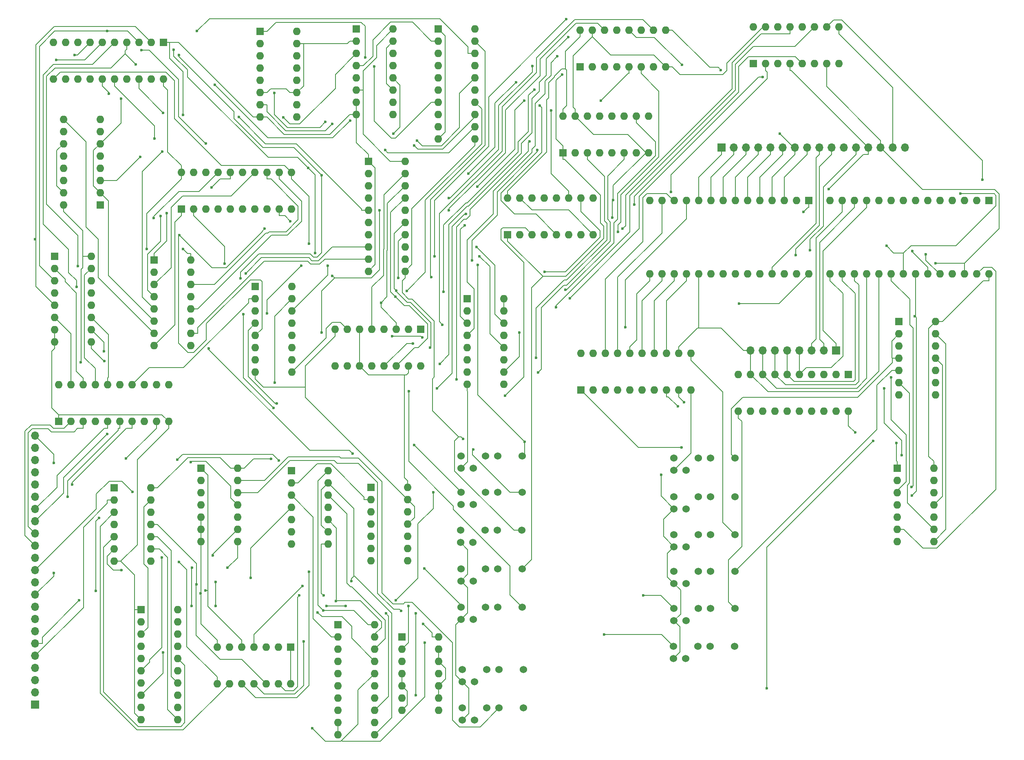
<source format=gbr>
%TF.GenerationSoftware,KiCad,Pcbnew,8.0.2-1*%
%TF.CreationDate,2024-06-24T15:07:34-04:00*%
%TF.ProjectId,stack_controller,73746163-6b5f-4636-9f6e-74726f6c6c65,rev?*%
%TF.SameCoordinates,Original*%
%TF.FileFunction,Copper,L2,Bot*%
%TF.FilePolarity,Positive*%
%FSLAX46Y46*%
G04 Gerber Fmt 4.6, Leading zero omitted, Abs format (unit mm)*
G04 Created by KiCad (PCBNEW 8.0.2-1) date 2024-06-24 15:07:34*
%MOMM*%
%LPD*%
G01*
G04 APERTURE LIST*
%TA.AperFunction,ComponentPad*%
%ADD10C,1.524000*%
%TD*%
%TA.AperFunction,ComponentPad*%
%ADD11R,1.600000X1.600000*%
%TD*%
%TA.AperFunction,ComponentPad*%
%ADD12O,1.600000X1.600000*%
%TD*%
%TA.AperFunction,ComponentPad*%
%ADD13R,1.700000X1.700000*%
%TD*%
%TA.AperFunction,ComponentPad*%
%ADD14O,1.700000X1.700000*%
%TD*%
%TA.AperFunction,ViaPad*%
%ADD15C,0.600000*%
%TD*%
%TA.AperFunction,Conductor*%
%ADD16C,0.200000*%
%TD*%
G04 APERTURE END LIST*
D10*
%TO.P,U40,1,IN*%
%TO.N,Net-(U24-2Q)*%
X171450000Y-121977000D03*
X176530000Y-121977000D03*
%TO.P,U40,2,GND*%
%TO.N,Net-(U1-C_IN)*%
X171450000Y-124517000D03*
X173990000Y-124517000D03*
%TO.P,U40,3,OUT*%
%TO.N,Net-(U13-I2)*%
X179070000Y-121977000D03*
X184150000Y-121977000D03*
%TD*%
%TO.P,U44,1,IN*%
%TO.N,Net-(U44-IN)*%
X171370000Y-153107000D03*
X176450000Y-153107000D03*
%TO.P,U44,2,GND*%
%TO.N,Net-(U1-C_IN)*%
X171370000Y-155647000D03*
X173910000Y-155647000D03*
%TO.P,U44,3,OUT*%
%TO.N,Net-(U13-I5)*%
X178990000Y-153107000D03*
X184070000Y-153107000D03*
%TD*%
D11*
%TO.P,U15,1,\u03A31*%
%TO.N,Net-(U15-\u03A31)*%
X84500000Y-78342000D03*
D12*
%TO.P,U15,2,B1*%
%TO.N,Net-(U15-B1)*%
X84500000Y-80882000D03*
%TO.P,U15,3,A1*%
%TO.N,Net-(U15-A1)*%
X84500000Y-83422000D03*
%TO.P,U15,4,\u03A30*%
%TO.N,Net-(U15-\u03A30)*%
X84500000Y-85962000D03*
%TO.P,U15,5,A0*%
%TO.N,Net-(U15-A0)*%
X84500000Y-88502000D03*
%TO.P,U15,6,B0*%
%TO.N,Net-(U15-B0)*%
X84500000Y-91042000D03*
%TO.P,U15,7,C_IN*%
%TO.N,Net-(U14-C_OUT)*%
X84500000Y-93582000D03*
%TO.P,U15,8,GND*%
%TO.N,Net-(U1-C_IN)*%
X84500000Y-96122000D03*
%TO.P,U15,9,C_OUT*%
%TO.N,Net-(U15-C_OUT)*%
X92120000Y-96122000D03*
%TO.P,U15,10,\u03A33*%
%TO.N,Net-(U15-\u03A33)*%
X92120000Y-93582000D03*
%TO.P,U15,11,B3*%
%TO.N,Net-(U15-B3)*%
X92120000Y-91042000D03*
%TO.P,U15,12,A3*%
%TO.N,Net-(U15-A3)*%
X92120000Y-88502000D03*
%TO.P,U15,13,\u03A32*%
%TO.N,Net-(U15-\u03A32)*%
X92120000Y-85962000D03*
%TO.P,U15,14,A2*%
%TO.N,Net-(U15-A2)*%
X92120000Y-83422000D03*
%TO.P,U15,15,B2*%
%TO.N,Net-(U15-B2)*%
X92120000Y-80882000D03*
%TO.P,U15,16,V+*%
%TO.N,Net-(U1-B0)*%
X92120000Y-78342000D03*
%TD*%
D11*
%TO.P,U8,1,OE#*%
%TO.N,Net-(U1-C_IN)*%
X65420000Y-27597000D03*
D12*
%TO.P,U8,2,D0*%
%TO.N,Net-(U14-A0)*%
X62880000Y-27597000D03*
%TO.P,U8,3,D1*%
%TO.N,Net-(U14-A1)*%
X60340000Y-27597000D03*
%TO.P,U8,4,D2*%
%TO.N,Net-(U14-A2)*%
X57800000Y-27597000D03*
%TO.P,U8,5,D3*%
%TO.N,Net-(U14-A3)*%
X55260000Y-27597000D03*
%TO.P,U8,6,D4*%
%TO.N,Net-(U15-A0)*%
X52720000Y-27597000D03*
%TO.P,U8,7,D5*%
%TO.N,Net-(U15-A1)*%
X50180000Y-27597000D03*
%TO.P,U8,8,D6*%
%TO.N,Net-(U15-A2)*%
X47640000Y-27597000D03*
%TO.P,U8,9,D7*%
%TO.N,Net-(U15-A3)*%
X45100000Y-27597000D03*
%TO.P,U8,10,GND*%
%TO.N,Net-(U1-C_IN)*%
X42560000Y-27597000D03*
%TO.P,U8,11,CLK*%
%TO.N,Net-(U12-CLK)*%
X42560000Y-35217000D03*
%TO.P,U8,12,Q7*%
%TO.N,Net-(U2-A3)*%
X45100000Y-35217000D03*
%TO.P,U8,13,Q6*%
%TO.N,Net-(U2-A2)*%
X47640000Y-35217000D03*
%TO.P,U8,14,Q5*%
%TO.N,Net-(U2-A1)*%
X50180000Y-35217000D03*
%TO.P,U8,15,Q4*%
%TO.N,Net-(U2-A0)*%
X52720000Y-35217000D03*
%TO.P,U8,16,Q3*%
%TO.N,Net-(U1-A3)*%
X55260000Y-35217000D03*
%TO.P,U8,17,Q2*%
%TO.N,Net-(U1-A2)*%
X57800000Y-35217000D03*
%TO.P,U8,18,Q1*%
%TO.N,Net-(U1-A1)*%
X60340000Y-35217000D03*
%TO.P,U8,19,Q0*%
%TO.N,Net-(U1-A0)*%
X62880000Y-35217000D03*
%TO.P,U8,20,V+*%
%TO.N,Net-(U1-B0)*%
X65420000Y-35217000D03*
%TD*%
D11*
%TO.P,U11,1,A14*%
%TO.N,Net-(U10-A14)*%
X199460000Y-60477000D03*
D12*
%TO.P,U11,2,A12*%
%TO.N,Net-(U10-A12)*%
X196920000Y-60477000D03*
%TO.P,U11,3,A7*%
%TO.N,Net-(U10-A7)*%
X194380000Y-60477000D03*
%TO.P,U11,4,A6*%
%TO.N,Net-(U10-A6)*%
X191840000Y-60477000D03*
%TO.P,U11,5,A5*%
%TO.N,Net-(U10-A5)*%
X189300000Y-60477000D03*
%TO.P,U11,6,A4*%
%TO.N,Net-(U10-A4)*%
X186760000Y-60477000D03*
%TO.P,U11,7,A3*%
%TO.N,Net-(U10-A3)*%
X184220000Y-60477000D03*
%TO.P,U11,8,A2*%
%TO.N,Net-(U10-A2)*%
X181680000Y-60477000D03*
%TO.P,U11,9,A1*%
%TO.N,Net-(U10-A1)*%
X179140000Y-60477000D03*
%TO.P,U11,10,A0*%
%TO.N,Net-(U10-A0)*%
X176600000Y-60477000D03*
%TO.P,U11,11,D0*%
%TO.N,Net-(U10-D0)*%
X174060000Y-60477000D03*
%TO.P,U11,12,D1*%
%TO.N,Net-(U10-D1)*%
X171520000Y-60477000D03*
%TO.P,U11,13,D2*%
%TO.N,Net-(U10-D2)*%
X168980000Y-60477000D03*
%TO.P,U11,14,GND*%
%TO.N,Net-(U1-C_IN)*%
X166440000Y-60477000D03*
%TO.P,U11,15,D3*%
%TO.N,Net-(U10-D3)*%
X166440000Y-75717000D03*
%TO.P,U11,16,D4*%
%TO.N,Net-(U10-D4)*%
X168980000Y-75717000D03*
%TO.P,U11,17,D5*%
%TO.N,Net-(U10-D5)*%
X171520000Y-75717000D03*
%TO.P,U11,18,D6*%
%TO.N,Net-(U10-D6)*%
X174060000Y-75717000D03*
%TO.P,U11,19,D7*%
%TO.N,Net-(U10-D7)*%
X176600000Y-75717000D03*
%TO.P,U11,20,CE#*%
%TO.N,Net-(U11-CE#)*%
X179140000Y-75717000D03*
%TO.P,U11,21,A10*%
%TO.N,Net-(U10-A10)*%
X181680000Y-75717000D03*
%TO.P,U11,22,OE#*%
%TO.N,Net-(U10-OE#)*%
X184220000Y-75717000D03*
%TO.P,U11,23,A11*%
%TO.N,Net-(U10-A11)*%
X186760000Y-75717000D03*
%TO.P,U11,24,A9*%
%TO.N,Net-(U10-A9)*%
X189300000Y-75717000D03*
%TO.P,U11,25,A8*%
%TO.N,Net-(U10-A8)*%
X191840000Y-75717000D03*
%TO.P,U11,26,A13*%
%TO.N,Net-(U10-A13)*%
X194380000Y-75717000D03*
%TO.P,U11,27,WE#*%
%TO.N,Net-(U10-WE#)*%
X196920000Y-75717000D03*
%TO.P,U11,28,V+*%
%TO.N,Net-(U1-B0)*%
X199460000Y-75717000D03*
%TD*%
D11*
%TO.P,U24,1,1A*%
%TO.N,Net-(U24-1A)*%
X55180000Y-120177000D03*
D12*
%TO.P,U24,2,1B*%
%TO.N,Net-(U24-1B)*%
X55180000Y-122717000D03*
%TO.P,U24,3,1Q*%
%TO.N,Net-(U24-1Q)*%
X55180000Y-125257000D03*
%TO.P,U24,4,2A*%
%TO.N,Net-(U24-2A)*%
X55180000Y-127797000D03*
%TO.P,U24,5,2B*%
%TO.N,Net-(U24-2B)*%
X55180000Y-130337000D03*
%TO.P,U24,6,2Q*%
%TO.N,Net-(U24-2Q)*%
X55180000Y-132877000D03*
%TO.P,U24,7,GND*%
%TO.N,Net-(U1-C_IN)*%
X55180000Y-135417000D03*
%TO.P,U24,8,4Q*%
%TO.N,Net-(U24-4Q)*%
X62800000Y-135417000D03*
%TO.P,U24,9,4B*%
%TO.N,Net-(U24-2A)*%
X62800000Y-132877000D03*
%TO.P,U24,10,4A*%
%TO.N,Net-(U24-4A)*%
X62800000Y-130337000D03*
%TO.P,U24,11,3Q*%
%TO.N,Net-(U24-3Q)*%
X62800000Y-127797000D03*
%TO.P,U24,12,3B*%
%TO.N,Net-(U24-2A)*%
X62800000Y-125257000D03*
%TO.P,U24,13,3A*%
%TO.N,Net-(U24-3A)*%
X62800000Y-122717000D03*
%TO.P,U24,14,V+*%
%TO.N,Net-(U1-B0)*%
X62800000Y-120177000D03*
%TD*%
D11*
%TO.P,U23,1,S*%
%TO.N,Net-(U20-S)*%
X187925000Y-32017000D03*
D12*
%TO.P,U23,2,A0*%
%TO.N,Net-(U12-D4)*%
X190465000Y-32017000D03*
%TO.P,U23,3,B0*%
%TO.N,Net-(U17-\u03A30)*%
X193005000Y-32017000D03*
%TO.P,U23,4,Q0*%
%TO.N,Net-(U10-A12)*%
X195545000Y-32017000D03*
%TO.P,U23,5,A1*%
%TO.N,Net-(U12-D5)*%
X198085000Y-32017000D03*
%TO.P,U23,6,B1*%
%TO.N,Net-(U17-\u03A31)*%
X200625000Y-32017000D03*
%TO.P,U23,7,Q1*%
%TO.N,Net-(U10-A13)*%
X203165000Y-32017000D03*
%TO.P,U23,8,GND*%
%TO.N,Net-(U1-C_IN)*%
X205705000Y-32017000D03*
%TO.P,U23,9,Q2*%
%TO.N,Net-(U10-A14)*%
X205705000Y-24397000D03*
%TO.P,U23,10,B2*%
%TO.N,Net-(U17-\u03A32)*%
X203165000Y-24397000D03*
%TO.P,U23,11,A2*%
%TO.N,Net-(U12-D6)*%
X200625000Y-24397000D03*
%TO.P,U23,12,Q3*%
%TO.N,Net-(U11-CE#)*%
X198085000Y-24397000D03*
%TO.P,U23,13,B3*%
%TO.N,Net-(U17-\u03A33)*%
X195545000Y-24397000D03*
%TO.P,U23,14,A3*%
%TO.N,Net-(U12-D7)*%
X193005000Y-24397000D03*
%TO.P,U23,15,OE#*%
%TO.N,Net-(U1-C_IN)*%
X190465000Y-24397000D03*
%TO.P,U23,16,V+*%
%TO.N,Net-(U1-B0)*%
X187925000Y-24397000D03*
%TD*%
D11*
%TO.P,U4,1,\u03A31*%
%TO.N,Net-(U4-\u03A31)*%
X63500000Y-72842000D03*
D12*
%TO.P,U4,2,B1*%
%TO.N,Net-(U1-B1)*%
X63500000Y-75382000D03*
%TO.P,U4,3,A1*%
%TO.N,Net-(U12-Q5)*%
X63500000Y-77922000D03*
%TO.P,U4,4,\u03A30*%
%TO.N,Net-(U4-\u03A30)*%
X63500000Y-80462000D03*
%TO.P,U4,5,A0*%
%TO.N,Net-(U12-Q4)*%
X63500000Y-83002000D03*
%TO.P,U4,6,B0*%
%TO.N,Net-(U1-B1)*%
X63500000Y-85542000D03*
%TO.P,U4,7,C_IN*%
%TO.N,Net-(U3-C_OUT)*%
X63500000Y-88082000D03*
%TO.P,U4,8,GND*%
%TO.N,Net-(U1-C_IN)*%
X63500000Y-90622000D03*
%TO.P,U4,9,C_OUT*%
%TO.N,unconnected-(U4-C_OUT-Pad9)*%
X71120000Y-90622000D03*
%TO.P,U4,10,\u03A33*%
%TO.N,Net-(U4-\u03A33)*%
X71120000Y-88082000D03*
%TO.P,U4,11,B3*%
%TO.N,Net-(U1-B1)*%
X71120000Y-85542000D03*
%TO.P,U4,12,A3*%
%TO.N,Net-(U12-Q7)*%
X71120000Y-83002000D03*
%TO.P,U4,13,\u03A32*%
%TO.N,Net-(U4-\u03A32)*%
X71120000Y-80462000D03*
%TO.P,U4,14,A2*%
%TO.N,Net-(U12-Q6)*%
X71120000Y-77922000D03*
%TO.P,U4,15,B2*%
%TO.N,Net-(U1-B1)*%
X71120000Y-75382000D03*
%TO.P,U4,16,V+*%
%TO.N,Net-(U1-B0)*%
X71120000Y-72842000D03*
%TD*%
D11*
%TO.P,U10,1,A14*%
%TO.N,Net-(U10-A14)*%
X236920000Y-60477000D03*
D12*
%TO.P,U10,2,A12*%
%TO.N,Net-(U10-A12)*%
X234380000Y-60477000D03*
%TO.P,U10,3,A7*%
%TO.N,Net-(U10-A7)*%
X231840000Y-60477000D03*
%TO.P,U10,4,A6*%
%TO.N,Net-(U10-A6)*%
X229300000Y-60477000D03*
%TO.P,U10,5,A5*%
%TO.N,Net-(U10-A5)*%
X226760000Y-60477000D03*
%TO.P,U10,6,A4*%
%TO.N,Net-(U10-A4)*%
X224220000Y-60477000D03*
%TO.P,U10,7,A3*%
%TO.N,Net-(U10-A3)*%
X221680000Y-60477000D03*
%TO.P,U10,8,A2*%
%TO.N,Net-(U10-A2)*%
X219140000Y-60477000D03*
%TO.P,U10,9,A1*%
%TO.N,Net-(U10-A1)*%
X216600000Y-60477000D03*
%TO.P,U10,10,A0*%
%TO.N,Net-(U10-A0)*%
X214060000Y-60477000D03*
%TO.P,U10,11,D0*%
%TO.N,Net-(U10-D0)*%
X211520000Y-60477000D03*
%TO.P,U10,12,D1*%
%TO.N,Net-(U10-D1)*%
X208980000Y-60477000D03*
%TO.P,U10,13,D2*%
%TO.N,Net-(U10-D2)*%
X206440000Y-60477000D03*
%TO.P,U10,14,GND*%
%TO.N,Net-(U1-C_IN)*%
X203900000Y-60477000D03*
%TO.P,U10,15,D3*%
%TO.N,Net-(U10-D3)*%
X203900000Y-75717000D03*
%TO.P,U10,16,D4*%
%TO.N,Net-(U10-D4)*%
X206440000Y-75717000D03*
%TO.P,U10,17,D5*%
%TO.N,Net-(U10-D5)*%
X208980000Y-75717000D03*
%TO.P,U10,18,D6*%
%TO.N,Net-(U10-D6)*%
X211520000Y-75717000D03*
%TO.P,U10,19,D7*%
%TO.N,Net-(U10-D7)*%
X214060000Y-75717000D03*
%TO.P,U10,20,CE#*%
%TO.N,Net-(U10-CE#)*%
X216600000Y-75717000D03*
%TO.P,U10,21,A10*%
%TO.N,Net-(U10-A10)*%
X219140000Y-75717000D03*
%TO.P,U10,22,OE#*%
%TO.N,Net-(U10-OE#)*%
X221680000Y-75717000D03*
%TO.P,U10,23,A11*%
%TO.N,Net-(U10-A11)*%
X224220000Y-75717000D03*
%TO.P,U10,24,A9*%
%TO.N,Net-(U10-A9)*%
X226760000Y-75717000D03*
%TO.P,U10,25,A8*%
%TO.N,Net-(U10-A8)*%
X229300000Y-75717000D03*
%TO.P,U10,26,A13*%
%TO.N,Net-(U10-A13)*%
X231840000Y-75717000D03*
%TO.P,U10,27,WE#*%
%TO.N,Net-(U10-WE#)*%
X234380000Y-75717000D03*
%TO.P,U10,28,V+*%
%TO.N,Net-(U1-B0)*%
X236920000Y-75717000D03*
%TD*%
D10*
%TO.P,U39,1,IN*%
%TO.N,Net-(U25-Q0)*%
X171450000Y-113977000D03*
X176530000Y-113977000D03*
%TO.P,U39,2,GND*%
%TO.N,Net-(U1-C_IN)*%
X171450000Y-116517000D03*
X173990000Y-116517000D03*
%TO.P,U39,3,OUT*%
%TO.N,Net-(U19-1B)*%
X179070000Y-113977000D03*
X184150000Y-113977000D03*
%TD*%
%TO.P,U37,1,IN*%
%TO.N,Net-(U27-Q1)*%
X127220000Y-136977000D03*
X132300000Y-136977000D03*
%TO.P,U37,2,GND*%
%TO.N,Net-(U1-C_IN)*%
X127220000Y-139517000D03*
X129760000Y-139517000D03*
%TO.P,U37,3,OUT*%
%TO.N,Net-(U20-S)*%
X134840000Y-136977000D03*
X139920000Y-136977000D03*
%TD*%
D11*
%TO.P,U2,1,\u03A31*%
%TO.N,Net-(U2-\u03A31)*%
X85500000Y-25342000D03*
D12*
%TO.P,U2,2,B1*%
%TO.N,Net-(U1-B1)*%
X85500000Y-27882000D03*
%TO.P,U2,3,A1*%
%TO.N,Net-(U2-A1)*%
X85500000Y-30422000D03*
%TO.P,U2,4,\u03A30*%
%TO.N,Net-(U2-\u03A30)*%
X85500000Y-32962000D03*
%TO.P,U2,5,A0*%
%TO.N,Net-(U2-A0)*%
X85500000Y-35502000D03*
%TO.P,U2,6,B0*%
%TO.N,Net-(U1-B1)*%
X85500000Y-38042000D03*
%TO.P,U2,7,C_IN*%
%TO.N,Net-(U1-C_OUT)*%
X85500000Y-40582000D03*
%TO.P,U2,8,GND*%
%TO.N,Net-(U1-C_IN)*%
X85500000Y-43122000D03*
%TO.P,U2,9,C_OUT*%
%TO.N,Net-(U2-C_OUT)*%
X93120000Y-43122000D03*
%TO.P,U2,10,\u03A33*%
%TO.N,Net-(U2-\u03A33)*%
X93120000Y-40582000D03*
%TO.P,U2,11,B3*%
%TO.N,Net-(U1-B1)*%
X93120000Y-38042000D03*
%TO.P,U2,12,A3*%
%TO.N,Net-(U2-A3)*%
X93120000Y-35502000D03*
%TO.P,U2,13,\u03A32*%
%TO.N,Net-(U2-\u03A32)*%
X93120000Y-32962000D03*
%TO.P,U2,14,A2*%
%TO.N,Net-(U2-A2)*%
X93120000Y-30422000D03*
%TO.P,U2,15,B2*%
%TO.N,Net-(U1-B1)*%
X93120000Y-27882000D03*
%TO.P,U2,16,V+*%
%TO.N,Net-(U1-B0)*%
X93120000Y-25342000D03*
%TD*%
D11*
%TO.P,U25,1,0A*%
%TO.N,Net-(U25-0A)*%
X73180000Y-116057000D03*
D12*
%TO.P,U25,2,0B*%
%TO.N,Net-(U24-1B)*%
X73180000Y-118597000D03*
%TO.P,U25,3,Q0*%
%TO.N,Net-(U25-Q0)*%
X73180000Y-121137000D03*
%TO.P,U25,4,Q1*%
%TO.N,unconnected-(U25-Q1-Pad4)*%
X73180000Y-123677000D03*
%TO.P,U25,5,1A*%
%TO.N,Net-(U1-C_IN)*%
X73180000Y-126217000D03*
%TO.P,U25,6,1B*%
X73180000Y-128757000D03*
%TO.P,U25,7,GND*%
X73180000Y-131297000D03*
%TO.P,U25,8,2A*%
%TO.N,Net-(U25-2A)*%
X80800000Y-131297000D03*
%TO.P,U25,9,2B*%
%TO.N,Net-(U25-2B)*%
X80800000Y-128757000D03*
%TO.P,U25,10,Q2*%
%TO.N,Net-(U24-3A)*%
X80800000Y-126217000D03*
%TO.P,U25,11,Q3*%
%TO.N,Net-(U25-Q3)*%
X80800000Y-123677000D03*
%TO.P,U25,12,3A*%
%TO.N,Net-(U25-3A)*%
X80800000Y-121137000D03*
%TO.P,U25,13,3B*%
%TO.N,Net-(U25-3B)*%
X80800000Y-118597000D03*
%TO.P,U25,14,V+*%
%TO.N,Net-(U1-B0)*%
X80800000Y-116057000D03*
%TD*%
D11*
%TO.P,U13,1,I0*%
%TO.N,Net-(U11-CE#)*%
X217800000Y-116057000D03*
D12*
%TO.P,U13,2,O0*%
%TO.N,Net-(U10-CE#)*%
X217800000Y-118597000D03*
%TO.P,U13,3,I1*%
%TO.N,Net-(U13-I1)*%
X217800000Y-121137000D03*
%TO.P,U13,4,O1*%
%TO.N,Net-(U10-OE#)*%
X217800000Y-123677000D03*
%TO.P,U13,5,I2*%
%TO.N,Net-(U13-I2)*%
X217800000Y-126217000D03*
%TO.P,U13,6,O2*%
%TO.N,Net-(U10-WE#)*%
X217800000Y-128757000D03*
%TO.P,U13,7,GND*%
%TO.N,Net-(U1-C_IN)*%
X217800000Y-131297000D03*
%TO.P,U13,8,03*%
%TO.N,Net-(U13-03)*%
X225420000Y-131297000D03*
%TO.P,U13,9,I3*%
%TO.N,Net-(U13-I3)*%
X225420000Y-128757000D03*
%TO.P,U13,10,O4*%
%TO.N,Net-(U13-O4)*%
X225420000Y-126217000D03*
%TO.P,U13,11,I4*%
%TO.N,Net-(U13-I4)*%
X225420000Y-123677000D03*
%TO.P,U13,12,O5*%
%TO.N,Net-(U13-O5)*%
X225420000Y-121137000D03*
%TO.P,U13,13,I5*%
%TO.N,Net-(U13-I5)*%
X225420000Y-118597000D03*
%TO.P,U13,14,V+*%
%TO.N,Net-(U1-B0)*%
X225420000Y-116057000D03*
%TD*%
D11*
%TO.P,U14,1,\u03A31*%
%TO.N,Net-(U14-\u03A31)*%
X42800000Y-72017000D03*
D12*
%TO.P,U14,2,B1*%
%TO.N,Net-(U14-B1)*%
X42800000Y-74557000D03*
%TO.P,U14,3,A1*%
%TO.N,Net-(U14-A1)*%
X42800000Y-77097000D03*
%TO.P,U14,4,\u03A30*%
%TO.N,Net-(U14-\u03A30)*%
X42800000Y-79637000D03*
%TO.P,U14,5,A0*%
%TO.N,Net-(U14-A0)*%
X42800000Y-82177000D03*
%TO.P,U14,6,B0*%
%TO.N,Net-(U14-B0)*%
X42800000Y-84717000D03*
%TO.P,U14,7,C_IN*%
%TO.N,Net-(U1-C_IN)*%
X42800000Y-87257000D03*
%TO.P,U14,8,GND*%
X42800000Y-89797000D03*
%TO.P,U14,9,C_OUT*%
%TO.N,Net-(U14-C_OUT)*%
X50420000Y-89797000D03*
%TO.P,U14,10,\u03A33*%
%TO.N,Net-(U14-\u03A33)*%
X50420000Y-87257000D03*
%TO.P,U14,11,B3*%
%TO.N,Net-(U14-B3)*%
X50420000Y-84717000D03*
%TO.P,U14,12,A3*%
%TO.N,Net-(U14-A3)*%
X50420000Y-82177000D03*
%TO.P,U14,13,\u03A32*%
%TO.N,Net-(U14-\u03A32)*%
X50420000Y-79637000D03*
%TO.P,U14,14,A2*%
%TO.N,Net-(U14-A2)*%
X50420000Y-77097000D03*
%TO.P,U14,15,B2*%
%TO.N,Net-(U14-B2)*%
X50420000Y-74557000D03*
%TO.P,U14,16,V+*%
%TO.N,Net-(U1-B0)*%
X50420000Y-72017000D03*
%TD*%
D11*
%TO.P,U3,1,\u03A31*%
%TO.N,Net-(U3-\u03A31)*%
X52300000Y-61337000D03*
D12*
%TO.P,U3,2,B1*%
%TO.N,Net-(U1-B1)*%
X52300000Y-58797000D03*
%TO.P,U3,3,A1*%
%TO.N,Net-(U12-Q1)*%
X52300000Y-56257000D03*
%TO.P,U3,4,\u03A30*%
%TO.N,Net-(U3-\u03A30)*%
X52300000Y-53717000D03*
%TO.P,U3,5,A0*%
%TO.N,Net-(U12-Q0)*%
X52300000Y-51177000D03*
%TO.P,U3,6,B0*%
%TO.N,Net-(U1-B1)*%
X52300000Y-48637000D03*
%TO.P,U3,7,C_IN*%
%TO.N,Net-(U2-C_OUT)*%
X52300000Y-46097000D03*
%TO.P,U3,8,GND*%
%TO.N,Net-(U1-C_IN)*%
X52300000Y-43557000D03*
%TO.P,U3,9,C_OUT*%
%TO.N,Net-(U3-C_OUT)*%
X44680000Y-43557000D03*
%TO.P,U3,10,\u03A33*%
%TO.N,Net-(U3-\u03A33)*%
X44680000Y-46097000D03*
%TO.P,U3,11,B3*%
%TO.N,Net-(U1-B1)*%
X44680000Y-48637000D03*
%TO.P,U3,12,A3*%
%TO.N,Net-(U12-Q3)*%
X44680000Y-51177000D03*
%TO.P,U3,13,\u03A32*%
%TO.N,Net-(U3-\u03A32)*%
X44680000Y-53717000D03*
%TO.P,U3,14,A2*%
%TO.N,Net-(U12-Q2)*%
X44680000Y-56257000D03*
%TO.P,U3,15,B2*%
%TO.N,Net-(U1-B1)*%
X44680000Y-58797000D03*
%TO.P,U3,16,V+*%
%TO.N,Net-(U1-B0)*%
X44680000Y-61337000D03*
%TD*%
D13*
%TO.P,U5,1,READ_0*%
%TO.N,Net-(U25-2B)*%
X38800000Y-165197000D03*
D14*
%TO.P,U5,2,READ_1*%
%TO.N,Net-(U25-2A)*%
X38800000Y-162657000D03*
%TO.P,U5,3,READ_2*%
%TO.N,Net-(U28-2A)*%
X38800000Y-160117000D03*
%TO.P,U5,4,READ_3*%
%TO.N,unconnected-(U5-READ_3-Pad4)*%
X38800000Y-157577000D03*
%TO.P,U5,5,WRITE_0*%
%TO.N,Net-(U24-1B)*%
X38800000Y-155037000D03*
%TO.P,U5,6,WRITE_1*%
%TO.N,Net-(U25-0A)*%
X38800000Y-152497000D03*
%TO.P,U5,7,WRITE_2*%
%TO.N,unconnected-(U5-WRITE_2-Pad7)*%
X38800000Y-149957000D03*
%TO.P,U5,8,WRITE_2*%
%TO.N,unconnected-(U5-WRITE_2-Pad8)*%
X38800000Y-147417000D03*
%TO.P,U5,9,READ_READY*%
%TO.N,Net-(U26-Q0)*%
X38800000Y-144877000D03*
%TO.P,U5,10,CLK_A*%
%TO.N,Net-(U24-2A)*%
X38800000Y-142337000D03*
%TO.P,U5,11,CLK_B*%
%TO.N,Net-(U26-CLK)*%
X38800000Y-139797000D03*
%TO.P,U5,12,V+*%
%TO.N,Net-(U1-B0)*%
X38800000Y-137257000D03*
%TO.P,U5,13,GND*%
%TO.N,Net-(U1-C_IN)*%
X38800000Y-134717000D03*
%TO.P,U5,14,D0*%
%TO.N,Net-(U18-D0)*%
X38800000Y-132177000D03*
%TO.P,U5,15,D1*%
%TO.N,Net-(U18-D1)*%
X38800000Y-129637000D03*
%TO.P,U5,16,D2*%
%TO.N,Net-(U18-D2)*%
X38800000Y-127097000D03*
%TO.P,U5,17,D3*%
%TO.N,Net-(U18-D3)*%
X38800000Y-124557000D03*
%TO.P,U5,18,D4*%
%TO.N,Net-(U18-D4)*%
X38800000Y-122017000D03*
%TO.P,U5,19,D5*%
%TO.N,Net-(U18-D5)*%
X38800000Y-119477000D03*
%TO.P,U5,20,D6*%
%TO.N,Net-(U18-D6)*%
X38800000Y-116937000D03*
%TO.P,U5,21,D7*%
%TO.N,Net-(U18-D7)*%
X38800000Y-114397000D03*
%TO.P,U5,22,FAULT*%
%TO.N,Net-(U25-Q3)*%
X38800000Y-111857000D03*
%TO.P,U5,23,ENABLE*%
%TO.N,Net-(U47-1B)*%
X38800000Y-109317000D03*
%TD*%
D11*
%TO.P,U28,1,1A*%
%TO.N,Net-(U25-Q0)*%
X92000000Y-116592000D03*
D12*
%TO.P,U28,2,1B*%
%TO.N,Net-(U28-1B)*%
X92000000Y-119132000D03*
%TO.P,U28,3,1Q*%
%TO.N,Net-(U26-D0)*%
X92000000Y-121672000D03*
%TO.P,U28,4,2A*%
%TO.N,Net-(U28-2A)*%
X92000000Y-124212000D03*
%TO.P,U28,5,2B*%
%TO.N,Net-(U24-2A)*%
X92000000Y-126752000D03*
%TO.P,U28,6,2Q*%
%TO.N,Net-(U28-2Q)*%
X92000000Y-129292000D03*
%TO.P,U28,7,GND*%
%TO.N,Net-(U1-C_IN)*%
X92000000Y-131832000D03*
%TO.P,U28,8,4Q*%
%TO.N,Net-(U27-3B)*%
X99620000Y-131832000D03*
%TO.P,U28,9,4B*%
%TO.N,Net-(U26-CLK)*%
X99620000Y-129292000D03*
%TO.P,U28,10,4A*%
%TO.N,Net-(U26-Q0)*%
X99620000Y-126752000D03*
%TO.P,U28,11,3Q*%
%TO.N,Net-(U24-1A)*%
X99620000Y-124212000D03*
%TO.P,U28,12,3B*%
%TO.N,Net-(U26-Q1)*%
X99620000Y-121672000D03*
%TO.P,U28,13,3A*%
%TO.N,Net-(U26-CLK)*%
X99620000Y-119132000D03*
%TO.P,U28,14,V+*%
%TO.N,Net-(U1-B0)*%
X99620000Y-116592000D03*
%TD*%
D11*
%TO.P,U1,1,\u03A31*%
%TO.N,Net-(U1-\u03A31)*%
X105500000Y-24842000D03*
D12*
%TO.P,U1,2,B1*%
%TO.N,Net-(U1-B1)*%
X105500000Y-27382000D03*
%TO.P,U1,3,A1*%
%TO.N,Net-(U1-A1)*%
X105500000Y-29922000D03*
%TO.P,U1,4,\u03A30*%
%TO.N,Net-(U1-\u03A30)*%
X105500000Y-32462000D03*
%TO.P,U1,5,A0*%
%TO.N,Net-(U1-A0)*%
X105500000Y-35002000D03*
%TO.P,U1,6,B0*%
%TO.N,Net-(U1-B0)*%
X105500000Y-37542000D03*
%TO.P,U1,7,C_IN*%
%TO.N,Net-(U1-C_IN)*%
X105500000Y-40082000D03*
%TO.P,U1,8,GND*%
X105500000Y-42622000D03*
%TO.P,U1,9,C_OUT*%
%TO.N,Net-(U1-C_OUT)*%
X113120000Y-42622000D03*
%TO.P,U1,10,\u03A33*%
%TO.N,Net-(U1-\u03A33)*%
X113120000Y-40082000D03*
%TO.P,U1,11,B3*%
%TO.N,Net-(U1-B1)*%
X113120000Y-37542000D03*
%TO.P,U1,12,A3*%
%TO.N,Net-(U1-A3)*%
X113120000Y-35002000D03*
%TO.P,U1,13,\u03A32*%
%TO.N,Net-(U1-\u03A32)*%
X113120000Y-32462000D03*
%TO.P,U1,14,A2*%
%TO.N,Net-(U1-A2)*%
X113120000Y-29922000D03*
%TO.P,U1,15,B2*%
%TO.N,Net-(U1-B1)*%
X113120000Y-27382000D03*
%TO.P,U1,16,V+*%
%TO.N,Net-(U1-B0)*%
X113120000Y-24842000D03*
%TD*%
D11*
%TO.P,U20,1,S*%
%TO.N,Net-(U20-S)*%
X136925000Y-67517000D03*
D12*
%TO.P,U20,2,A0*%
%TO.N,Net-(U14-A0)*%
X139465000Y-67517000D03*
%TO.P,U20,3,B0*%
%TO.N,Net-(U14-\u03A30)*%
X142005000Y-67517000D03*
%TO.P,U20,4,Q0*%
%TO.N,Net-(U10-A0)*%
X144545000Y-67517000D03*
%TO.P,U20,5,A1*%
%TO.N,Net-(U14-A1)*%
X147085000Y-67517000D03*
%TO.P,U20,6,B1*%
%TO.N,Net-(U14-\u03A31)*%
X149625000Y-67517000D03*
%TO.P,U20,7,Q1*%
%TO.N,Net-(U10-A1)*%
X152165000Y-67517000D03*
%TO.P,U20,8,GND*%
%TO.N,Net-(U1-C_IN)*%
X154705000Y-67517000D03*
%TO.P,U20,9,Q2*%
%TO.N,Net-(U10-A2)*%
X154705000Y-59897000D03*
%TO.P,U20,10,B2*%
%TO.N,Net-(U14-\u03A32)*%
X152165000Y-59897000D03*
%TO.P,U20,11,A2*%
%TO.N,Net-(U14-A2)*%
X149625000Y-59897000D03*
%TO.P,U20,12,Q3*%
%TO.N,Net-(U10-A3)*%
X147085000Y-59897000D03*
%TO.P,U20,13,B3*%
%TO.N,Net-(U14-\u03A33)*%
X144545000Y-59897000D03*
%TO.P,U20,14,A3*%
%TO.N,Net-(U14-A3)*%
X142005000Y-59897000D03*
%TO.P,U20,15,OE#*%
%TO.N,Net-(U1-C_IN)*%
X139465000Y-59897000D03*
%TO.P,U20,16,V+*%
%TO.N,Net-(U1-B0)*%
X136925000Y-59897000D03*
%TD*%
D11*
%TO.P,U47,1,1A*%
%TO.N,Net-(U26-Q0)*%
X115000000Y-151092000D03*
D12*
%TO.P,U47,2,1B*%
%TO.N,Net-(U47-1B)*%
X115000000Y-153632000D03*
%TO.P,U47,3,1Q*%
%TO.N,Net-(U44-IN)*%
X115000000Y-156172000D03*
%TO.P,U47,4,2A*%
%TO.N,Net-(U1-C_IN)*%
X115000000Y-158712000D03*
%TO.P,U47,5,2B*%
X115000000Y-161252000D03*
%TO.P,U47,6,2Q*%
%TO.N,unconnected-(U47-2Q-Pad6)*%
X115000000Y-163792000D03*
%TO.P,U47,7,GND*%
%TO.N,Net-(U1-C_IN)*%
X115000000Y-166332000D03*
%TO.P,U47,8,4Q*%
%TO.N,unconnected-(U47-4Q-Pad8)*%
X122620000Y-166332000D03*
%TO.P,U47,9,4B*%
%TO.N,Net-(U1-C_IN)*%
X122620000Y-163792000D03*
%TO.P,U47,10,4A*%
X122620000Y-161252000D03*
%TO.P,U47,11,3Q*%
%TO.N,unconnected-(U47-3Q-Pad11)*%
X122620000Y-158712000D03*
%TO.P,U47,12,3B*%
%TO.N,Net-(U1-C_IN)*%
X122620000Y-156172000D03*
%TO.P,U47,13,3A*%
X122620000Y-153632000D03*
%TO.P,U47,14,V+*%
%TO.N,Net-(U1-B0)*%
X122620000Y-151092000D03*
%TD*%
D10*
%TO.P,U36,1,IN*%
%TO.N,Net-(U27-Q2)*%
X127140000Y-128977000D03*
X132220000Y-128977000D03*
%TO.P,U36,2,GND*%
%TO.N,Net-(U1-C_IN)*%
X127140000Y-131517000D03*
X129680000Y-131517000D03*
%TO.P,U36,3,OUT*%
%TO.N,Net-(U19-4A)*%
X134760000Y-128977000D03*
X139840000Y-128977000D03*
%TD*%
D11*
%TO.P,U6,1,OE#*%
%TO.N,Net-(U1-C_IN)*%
X122500000Y-24792000D03*
D12*
%TO.P,U6,2,D0*%
%TO.N,Net-(U1-\u03A30)*%
X122500000Y-27332000D03*
%TO.P,U6,3,D1*%
%TO.N,Net-(U1-\u03A31)*%
X122500000Y-29872000D03*
%TO.P,U6,4,D2*%
%TO.N,Net-(U1-\u03A32)*%
X122500000Y-32412000D03*
%TO.P,U6,5,D3*%
%TO.N,Net-(U1-\u03A33)*%
X122500000Y-34952000D03*
%TO.P,U6,6,D4*%
%TO.N,Net-(U2-\u03A30)*%
X122500000Y-37492000D03*
%TO.P,U6,7,D5*%
%TO.N,Net-(U2-\u03A31)*%
X122500000Y-40032000D03*
%TO.P,U6,8,D6*%
%TO.N,Net-(U2-\u03A32)*%
X122500000Y-42572000D03*
%TO.P,U6,9,D7*%
%TO.N,Net-(U2-\u03A33)*%
X122500000Y-45112000D03*
%TO.P,U6,10,GND*%
%TO.N,Net-(U1-C_IN)*%
X122500000Y-47652000D03*
%TO.P,U6,11,CLK*%
%TO.N,Net-(U19-4A)*%
X130120000Y-47652000D03*
%TO.P,U6,12,Q7*%
%TO.N,Net-(U15-A3)*%
X130120000Y-45112000D03*
%TO.P,U6,13,Q6*%
%TO.N,Net-(U15-A2)*%
X130120000Y-42572000D03*
%TO.P,U6,14,Q5*%
%TO.N,Net-(U15-A1)*%
X130120000Y-40032000D03*
%TO.P,U6,15,Q4*%
%TO.N,Net-(U15-A0)*%
X130120000Y-37492000D03*
%TO.P,U6,16,Q3*%
%TO.N,Net-(U14-A3)*%
X130120000Y-34952000D03*
%TO.P,U6,17,Q2*%
%TO.N,Net-(U14-A2)*%
X130120000Y-32412000D03*
%TO.P,U6,18,Q1*%
%TO.N,Net-(U14-A1)*%
X130120000Y-29872000D03*
%TO.P,U6,19,Q0*%
%TO.N,Net-(U14-A0)*%
X130120000Y-27332000D03*
%TO.P,U6,20,V+*%
%TO.N,Net-(U1-B0)*%
X130120000Y-24792000D03*
%TD*%
D10*
%TO.P,U43,1,IN*%
%TO.N,Net-(U27-3B)*%
X171450000Y-145217000D03*
X176530000Y-145217000D03*
%TO.P,U43,2,GND*%
%TO.N,Net-(U1-C_IN)*%
X171450000Y-147757000D03*
X173990000Y-147757000D03*
%TO.P,U43,3,OUT*%
%TO.N,Net-(U29-CLK)*%
X179070000Y-145217000D03*
X184150000Y-145217000D03*
%TD*%
D11*
%TO.P,U21,1,S*%
%TO.N,Net-(U20-S)*%
X148425000Y-50517000D03*
D12*
%TO.P,U21,2,A0*%
%TO.N,Net-(U15-A0)*%
X150965000Y-50517000D03*
%TO.P,U21,3,B0*%
%TO.N,Net-(U15-\u03A30)*%
X153505000Y-50517000D03*
%TO.P,U21,4,Q0*%
%TO.N,Net-(U10-A4)*%
X156045000Y-50517000D03*
%TO.P,U21,5,A1*%
%TO.N,Net-(U15-A1)*%
X158585000Y-50517000D03*
%TO.P,U21,6,B1*%
%TO.N,Net-(U15-\u03A31)*%
X161125000Y-50517000D03*
%TO.P,U21,7,Q1*%
%TO.N,Net-(U10-A5)*%
X163665000Y-50517000D03*
%TO.P,U21,8,GND*%
%TO.N,Net-(U1-C_IN)*%
X166205000Y-50517000D03*
%TO.P,U21,9,Q2*%
%TO.N,Net-(U10-A6)*%
X166205000Y-42897000D03*
%TO.P,U21,10,B2*%
%TO.N,Net-(U15-\u03A32)*%
X163665000Y-42897000D03*
%TO.P,U21,11,A2*%
%TO.N,Net-(U15-A2)*%
X161125000Y-42897000D03*
%TO.P,U21,12,Q3*%
%TO.N,Net-(U10-A7)*%
X158585000Y-42897000D03*
%TO.P,U21,13,B3*%
%TO.N,Net-(U15-\u03A33)*%
X156045000Y-42897000D03*
%TO.P,U21,14,A3*%
%TO.N,Net-(U15-A3)*%
X153505000Y-42897000D03*
%TO.P,U21,15,OE#*%
%TO.N,Net-(U1-C_IN)*%
X150965000Y-42897000D03*
%TO.P,U21,16,V+*%
%TO.N,Net-(U1-B0)*%
X148425000Y-42897000D03*
%TD*%
D11*
%TO.P,U18,1,OE#*%
%TO.N,Net-(U1-C_IN)*%
X43640000Y-106357000D03*
D12*
%TO.P,U18,2,D0*%
%TO.N,Net-(U18-D0)*%
X46180000Y-106357000D03*
%TO.P,U18,3,D1*%
%TO.N,Net-(U18-D1)*%
X48720000Y-106357000D03*
%TO.P,U18,4,D2*%
%TO.N,Net-(U18-D2)*%
X51260000Y-106357000D03*
%TO.P,U18,5,D3*%
%TO.N,Net-(U18-D3)*%
X53800000Y-106357000D03*
%TO.P,U18,6,D4*%
%TO.N,Net-(U18-D4)*%
X56340000Y-106357000D03*
%TO.P,U18,7,D5*%
%TO.N,Net-(U18-D5)*%
X58880000Y-106357000D03*
%TO.P,U18,8,D6*%
%TO.N,Net-(U18-D6)*%
X61420000Y-106357000D03*
%TO.P,U18,9,D7*%
%TO.N,Net-(U18-D7)*%
X63960000Y-106357000D03*
%TO.P,U18,10,GND*%
%TO.N,Net-(U1-C_IN)*%
X66500000Y-106357000D03*
%TO.P,U18,11,CLK*%
%TO.N,Net-(U18-CLK)*%
X66500000Y-98737000D03*
%TO.P,U18,12,Q7*%
%TO.N,Net-(U15-B3)*%
X63960000Y-98737000D03*
%TO.P,U18,13,Q6*%
%TO.N,Net-(U15-B2)*%
X61420000Y-98737000D03*
%TO.P,U18,14,Q5*%
%TO.N,Net-(U15-B1)*%
X58880000Y-98737000D03*
%TO.P,U18,15,Q4*%
%TO.N,Net-(U15-B0)*%
X56340000Y-98737000D03*
%TO.P,U18,16,Q3*%
%TO.N,Net-(U14-B3)*%
X53800000Y-98737000D03*
%TO.P,U18,17,Q2*%
%TO.N,Net-(U14-B2)*%
X51260000Y-98737000D03*
%TO.P,U18,18,Q1*%
%TO.N,Net-(U14-B1)*%
X48720000Y-98737000D03*
%TO.P,U18,19,Q0*%
%TO.N,Net-(U14-B0)*%
X46180000Y-98737000D03*
%TO.P,U18,20,V+*%
%TO.N,Net-(U1-B0)*%
X43640000Y-98737000D03*
%TD*%
D10*
%TO.P,U45,1,IN*%
%TO.N,Net-(U13-I3)*%
X127490000Y-157897000D03*
X132570000Y-157897000D03*
%TO.P,U45,2,GND*%
%TO.N,Net-(U1-C_IN)*%
X127490000Y-160437000D03*
X130030000Y-160437000D03*
%TO.P,U45,3,OUT*%
%TO.N,Net-(U25-3A)*%
X135110000Y-157897000D03*
X140190000Y-157897000D03*
%TD*%
D11*
%TO.P,U7,1,OE#*%
%TO.N,Net-(U1-C_IN)*%
X108000000Y-52292000D03*
D12*
%TO.P,U7,2,D0*%
%TO.N,Net-(U3-\u03A30)*%
X108000000Y-54832000D03*
%TO.P,U7,3,D1*%
%TO.N,Net-(U3-\u03A31)*%
X108000000Y-57372000D03*
%TO.P,U7,4,D2*%
%TO.N,Net-(U3-\u03A32)*%
X108000000Y-59912000D03*
%TO.P,U7,5,D3*%
%TO.N,Net-(U3-\u03A33)*%
X108000000Y-62452000D03*
%TO.P,U7,6,D4*%
%TO.N,Net-(U4-\u03A30)*%
X108000000Y-64992000D03*
%TO.P,U7,7,D5*%
%TO.N,Net-(U4-\u03A31)*%
X108000000Y-67532000D03*
%TO.P,U7,8,D6*%
%TO.N,Net-(U4-\u03A32)*%
X108000000Y-70072000D03*
%TO.P,U7,9,D7*%
%TO.N,Net-(U4-\u03A33)*%
X108000000Y-72612000D03*
%TO.P,U7,10,GND*%
%TO.N,Net-(U1-C_IN)*%
X108000000Y-75152000D03*
%TO.P,U7,11,CLK*%
%TO.N,Net-(U19-4A)*%
X115620000Y-75152000D03*
%TO.P,U7,12,Q7*%
%TO.N,Net-(U12-D7)*%
X115620000Y-72612000D03*
%TO.P,U7,13,Q6*%
%TO.N,Net-(U12-D6)*%
X115620000Y-70072000D03*
%TO.P,U7,14,Q5*%
%TO.N,Net-(U12-D5)*%
X115620000Y-67532000D03*
%TO.P,U7,15,Q4*%
%TO.N,Net-(U12-D4)*%
X115620000Y-64992000D03*
%TO.P,U7,16,Q3*%
%TO.N,Net-(U12-D3)*%
X115620000Y-62452000D03*
%TO.P,U7,17,Q2*%
%TO.N,Net-(U12-D2)*%
X115620000Y-59912000D03*
%TO.P,U7,18,Q1*%
%TO.N,Net-(U12-D1)*%
X115620000Y-57372000D03*
%TO.P,U7,19,Q0*%
%TO.N,Net-(U12-D0)*%
X115620000Y-54832000D03*
%TO.P,U7,20,V+*%
%TO.N,Net-(U1-B0)*%
X115620000Y-52292000D03*
%TD*%
D13*
%TO.P,U32,1,0*%
%TO.N,Net-(U10-D0)*%
X205120000Y-91602000D03*
D14*
%TO.P,U32,2,1*%
%TO.N,Net-(U10-D1)*%
X202580000Y-91602000D03*
%TO.P,U32,3,2*%
%TO.N,Net-(U10-D2)*%
X200040000Y-91602000D03*
%TO.P,U32,4,3*%
%TO.N,Net-(U10-D3)*%
X197500000Y-91602000D03*
%TO.P,U32,5,4*%
%TO.N,Net-(U10-D4)*%
X194960000Y-91602000D03*
%TO.P,U32,6,5*%
%TO.N,Net-(U10-D5)*%
X192420000Y-91602000D03*
%TO.P,U32,7,6*%
%TO.N,Net-(U10-D6)*%
X189880000Y-91602000D03*
%TO.P,U32,8,7*%
%TO.N,Net-(U10-D7)*%
X187340000Y-91602000D03*
%TD*%
D11*
%TO.P,U16,1,\u03A31*%
%TO.N,Net-(U16-\u03A31)*%
X118880000Y-87217000D03*
D12*
%TO.P,U16,2,B1*%
%TO.N,Net-(U1-B0)*%
X116340000Y-87217000D03*
%TO.P,U16,3,A1*%
%TO.N,Net-(U12-D1)*%
X113800000Y-87217000D03*
%TO.P,U16,4,\u03A30*%
%TO.N,Net-(U16-\u03A30)*%
X111260000Y-87217000D03*
%TO.P,U16,5,A0*%
%TO.N,Net-(U12-D0)*%
X108720000Y-87217000D03*
%TO.P,U16,6,B0*%
%TO.N,Net-(U1-B0)*%
X106180000Y-87217000D03*
%TO.P,U16,7,C_IN*%
%TO.N,Net-(U15-C_OUT)*%
X103640000Y-87217000D03*
%TO.P,U16,8,GND*%
%TO.N,Net-(U1-C_IN)*%
X101100000Y-87217000D03*
%TO.P,U16,9,C_OUT*%
%TO.N,Net-(U16-C_OUT)*%
X101100000Y-94837000D03*
%TO.P,U16,10,\u03A33*%
%TO.N,Net-(U16-\u03A33)*%
X103640000Y-94837000D03*
%TO.P,U16,11,B3*%
%TO.N,Net-(U1-B0)*%
X106180000Y-94837000D03*
%TO.P,U16,12,A3*%
%TO.N,Net-(U12-D3)*%
X108720000Y-94837000D03*
%TO.P,U16,13,\u03A32*%
%TO.N,Net-(U16-\u03A32)*%
X111260000Y-94837000D03*
%TO.P,U16,14,A2*%
%TO.N,Net-(U12-D2)*%
X113800000Y-94837000D03*
%TO.P,U16,15,B2*%
%TO.N,Net-(U1-B0)*%
X116340000Y-94837000D03*
%TO.P,U16,16,V+*%
X118880000Y-94837000D03*
%TD*%
D11*
%TO.P,U31,1,I0*%
%TO.N,Net-(U26-Q0)*%
X108500000Y-120092000D03*
D12*
%TO.P,U31,2,O0*%
%TO.N,Net-(U28-1B)*%
X108500000Y-122632000D03*
%TO.P,U31,3,I1*%
%TO.N,Net-(U1-C_IN)*%
X108500000Y-125172000D03*
%TO.P,U31,4,O1*%
%TO.N,unconnected-(U31-O1-Pad4)*%
X108500000Y-127712000D03*
%TO.P,U31,5,I2*%
%TO.N,Net-(U1-C_IN)*%
X108500000Y-130252000D03*
%TO.P,U31,6,O2*%
%TO.N,unconnected-(U31-O2-Pad6)*%
X108500000Y-132792000D03*
%TO.P,U31,7,GND*%
%TO.N,Net-(U1-C_IN)*%
X108500000Y-135332000D03*
%TO.P,U31,8,03*%
%TO.N,unconnected-(U31-03-Pad8)*%
X116120000Y-135332000D03*
%TO.P,U31,9,I3*%
%TO.N,Net-(U1-C_IN)*%
X116120000Y-132792000D03*
%TO.P,U31,10,O4*%
%TO.N,unconnected-(U31-O4-Pad10)*%
X116120000Y-130252000D03*
%TO.P,U31,11,I4*%
%TO.N,Net-(U1-C_IN)*%
X116120000Y-127712000D03*
%TO.P,U31,12,O5*%
%TO.N,unconnected-(U31-O5-Pad12)*%
X116120000Y-125172000D03*
%TO.P,U31,13,I5*%
%TO.N,Net-(U1-C_IN)*%
X116120000Y-122632000D03*
%TO.P,U31,14,V+*%
%TO.N,Net-(U1-B0)*%
X116120000Y-120092000D03*
%TD*%
D13*
%TO.P,U33,1,0*%
%TO.N,Net-(U10-A0)*%
X181332500Y-49409500D03*
D14*
%TO.P,U33,2,1*%
%TO.N,Net-(U10-A1)*%
X183872500Y-49409500D03*
%TO.P,U33,3,2*%
%TO.N,Net-(U10-A2)*%
X186412500Y-49409500D03*
%TO.P,U33,4,3*%
%TO.N,Net-(U10-A3)*%
X188952500Y-49409500D03*
%TO.P,U33,5,4*%
%TO.N,Net-(U10-A4)*%
X191492500Y-49409500D03*
%TO.P,U33,6,5*%
%TO.N,Net-(U10-A5)*%
X194032500Y-49409500D03*
%TO.P,U33,7,6*%
%TO.N,Net-(U10-A6)*%
X196572500Y-49409500D03*
%TO.P,U33,8,7*%
%TO.N,Net-(U10-A7)*%
X199112500Y-49409500D03*
%TO.P,U33,9,8*%
%TO.N,Net-(U10-A8)*%
X201652500Y-49409500D03*
%TO.P,U33,10,9*%
%TO.N,Net-(U10-A9)*%
X204192500Y-49409500D03*
%TO.P,U33,11,10*%
%TO.N,Net-(U10-A10)*%
X206732500Y-49409500D03*
%TO.P,U33,12,11*%
%TO.N,Net-(U10-A11)*%
X209272500Y-49409500D03*
%TO.P,U33,13,12*%
%TO.N,Net-(U10-A12)*%
X211812500Y-49409500D03*
%TO.P,U33,14,13*%
%TO.N,Net-(U10-A13)*%
X214352500Y-49409500D03*
%TO.P,U33,15,14*%
%TO.N,Net-(U10-A14)*%
X216892500Y-49409500D03*
%TO.P,U33,16,15*%
%TO.N,Net-(U11-CE#)*%
X219432500Y-49409500D03*
%TD*%
D10*
%TO.P,U42,1,IN*%
%TO.N,Net-(U26-Q3)*%
X171450000Y-137477000D03*
X176530000Y-137477000D03*
%TO.P,U42,2,GND*%
%TO.N,Net-(U1-C_IN)*%
X171450000Y-140017000D03*
X173990000Y-140017000D03*
%TO.P,U42,3,OUT*%
%TO.N,Net-(U19-2B)*%
X179070000Y-137477000D03*
X184150000Y-137477000D03*
%TD*%
%TO.P,U35,1,IN*%
%TO.N,Net-(U24-1B)*%
X127260000Y-121094500D03*
X132340000Y-121094500D03*
%TO.P,U35,2,GND*%
%TO.N,Net-(U1-C_IN)*%
X127260000Y-123634500D03*
X129800000Y-123634500D03*
%TO.P,U35,3,OUT*%
%TO.N,Net-(U1-B1)*%
X134880000Y-121094500D03*
X139960000Y-121094500D03*
%TD*%
D11*
%TO.P,U9,1,OE#*%
%TO.N,Net-(U1-C_IN)*%
X60800000Y-145477000D03*
D12*
%TO.P,U9,2,D0*%
%TO.N,Net-(U26-Q0)*%
X60800000Y-148017000D03*
%TO.P,U9,3,D1*%
%TO.N,Net-(U24-3A)*%
X60800000Y-150557000D03*
%TO.P,U9,4,D2*%
%TO.N,Net-(U26-Q2)*%
X60800000Y-153097000D03*
%TO.P,U9,5,D3*%
%TO.N,Net-(U26-Q3)*%
X60800000Y-155637000D03*
%TO.P,U9,6,D4*%
%TO.N,Net-(U25-2B)*%
X60800000Y-158177000D03*
%TO.P,U9,7,D5*%
%TO.N,Net-(U26-Q4)*%
X60800000Y-160717000D03*
%TO.P,U9,8,D6*%
%TO.N,Net-(U25-2A)*%
X60800000Y-163257000D03*
%TO.P,U9,9,D7*%
%TO.N,Net-(U26-Q5)*%
X60800000Y-165797000D03*
%TO.P,U9,10,GND*%
%TO.N,Net-(U1-C_IN)*%
X60800000Y-168337000D03*
%TO.P,U9,11,CLK*%
%TO.N,Net-(U24-2A)*%
X68420000Y-168337000D03*
%TO.P,U9,12,Q7*%
%TO.N,Net-(U26-D6)*%
X68420000Y-165797000D03*
%TO.P,U9,13,Q6*%
%TO.N,Net-(U26-D5)*%
X68420000Y-163257000D03*
%TO.P,U9,14,Q5*%
%TO.N,Net-(U24-4A)*%
X68420000Y-160717000D03*
%TO.P,U9,15,Q4*%
%TO.N,Net-(U26-D4)*%
X68420000Y-158177000D03*
%TO.P,U9,16,Q3*%
%TO.N,Net-(U24-2B)*%
X68420000Y-155637000D03*
%TO.P,U9,17,Q2*%
%TO.N,Net-(U26-D3)*%
X68420000Y-153097000D03*
%TO.P,U9,18,Q1*%
%TO.N,Net-(U26-D2)*%
X68420000Y-150557000D03*
%TO.P,U9,19,Q0*%
%TO.N,Net-(U26-D1)*%
X68420000Y-148017000D03*
%TO.P,U9,20,V+*%
%TO.N,Net-(U1-B0)*%
X68420000Y-145477000D03*
%TD*%
D11*
%TO.P,U22,1,S*%
%TO.N,Net-(U20-S)*%
X151925000Y-32637000D03*
D12*
%TO.P,U22,2,A0*%
%TO.N,Net-(U12-D0)*%
X154465000Y-32637000D03*
%TO.P,U22,3,B0*%
%TO.N,Net-(U16-\u03A30)*%
X157005000Y-32637000D03*
%TO.P,U22,4,Q0*%
%TO.N,Net-(U10-A8)*%
X159545000Y-32637000D03*
%TO.P,U22,5,A1*%
%TO.N,Net-(U12-D1)*%
X162085000Y-32637000D03*
%TO.P,U22,6,B1*%
%TO.N,Net-(U16-\u03A31)*%
X164625000Y-32637000D03*
%TO.P,U22,7,Q1*%
%TO.N,Net-(U10-A9)*%
X167165000Y-32637000D03*
%TO.P,U22,8,GND*%
%TO.N,Net-(U1-C_IN)*%
X169705000Y-32637000D03*
%TO.P,U22,9,Q2*%
%TO.N,Net-(U10-A10)*%
X169705000Y-25017000D03*
%TO.P,U22,10,B2*%
%TO.N,Net-(U16-\u03A32)*%
X167165000Y-25017000D03*
%TO.P,U22,11,A2*%
%TO.N,Net-(U12-D2)*%
X164625000Y-25017000D03*
%TO.P,U22,12,Q3*%
%TO.N,Net-(U10-A11)*%
X162085000Y-25017000D03*
%TO.P,U22,13,B3*%
%TO.N,Net-(U16-\u03A33)*%
X159545000Y-25017000D03*
%TO.P,U22,14,A3*%
%TO.N,Net-(U12-D3)*%
X157005000Y-25017000D03*
%TO.P,U22,15,OE#*%
%TO.N,Net-(U1-C_IN)*%
X154465000Y-25017000D03*
%TO.P,U22,16,V+*%
%TO.N,Net-(U1-B0)*%
X151925000Y-25017000D03*
%TD*%
D11*
%TO.P,U12,1,OE#*%
%TO.N,Net-(U1-C_IN)*%
X69140000Y-62217000D03*
D12*
%TO.P,U12,2,D0*%
%TO.N,Net-(U12-D0)*%
X71680000Y-62217000D03*
%TO.P,U12,3,D1*%
%TO.N,Net-(U12-D1)*%
X74220000Y-62217000D03*
%TO.P,U12,4,D2*%
%TO.N,Net-(U12-D2)*%
X76760000Y-62217000D03*
%TO.P,U12,5,D3*%
%TO.N,Net-(U12-D3)*%
X79300000Y-62217000D03*
%TO.P,U12,6,D4*%
%TO.N,Net-(U12-D4)*%
X81840000Y-62217000D03*
%TO.P,U12,7,D5*%
%TO.N,Net-(U12-D5)*%
X84380000Y-62217000D03*
%TO.P,U12,8,D6*%
%TO.N,Net-(U12-D6)*%
X86920000Y-62217000D03*
%TO.P,U12,9,D7*%
%TO.N,Net-(U12-D7)*%
X89460000Y-62217000D03*
%TO.P,U12,10,GND*%
%TO.N,Net-(U1-C_IN)*%
X92000000Y-62217000D03*
%TO.P,U12,11,CLK*%
%TO.N,Net-(U12-CLK)*%
X92000000Y-54597000D03*
%TO.P,U12,12,Q7*%
%TO.N,Net-(U12-Q7)*%
X89460000Y-54597000D03*
%TO.P,U12,13,Q6*%
%TO.N,Net-(U12-Q6)*%
X86920000Y-54597000D03*
%TO.P,U12,14,Q5*%
%TO.N,Net-(U12-Q5)*%
X84380000Y-54597000D03*
%TO.P,U12,15,Q4*%
%TO.N,Net-(U12-Q4)*%
X81840000Y-54597000D03*
%TO.P,U12,16,Q3*%
%TO.N,Net-(U12-Q3)*%
X79300000Y-54597000D03*
%TO.P,U12,17,Q2*%
%TO.N,Net-(U12-Q2)*%
X76760000Y-54597000D03*
%TO.P,U12,18,Q1*%
%TO.N,Net-(U12-Q1)*%
X74220000Y-54597000D03*
%TO.P,U12,19,Q0*%
%TO.N,Net-(U12-Q0)*%
X71680000Y-54597000D03*
%TO.P,U12,20,V+*%
%TO.N,Net-(U1-B0)*%
X69140000Y-54597000D03*
%TD*%
D10*
%TO.P,U38,1,IN*%
%TO.N,Net-(U28-2Q)*%
X127220000Y-144977000D03*
X132300000Y-144977000D03*
%TO.P,U38,2,GND*%
%TO.N,Net-(U1-C_IN)*%
X127220000Y-147517000D03*
X129760000Y-147517000D03*
%TO.P,U38,3,OUT*%
%TO.N,Net-(U18-CLK)*%
X134840000Y-144977000D03*
X139920000Y-144977000D03*
%TD*%
D11*
%TO.P,U17,1,\u03A31*%
%TO.N,Net-(U17-\u03A31)*%
X128500000Y-80842000D03*
D12*
%TO.P,U17,2,B1*%
%TO.N,Net-(U1-B0)*%
X128500000Y-83382000D03*
%TO.P,U17,3,A1*%
%TO.N,Net-(U12-D5)*%
X128500000Y-85922000D03*
%TO.P,U17,4,\u03A30*%
%TO.N,Net-(U17-\u03A30)*%
X128500000Y-88462000D03*
%TO.P,U17,5,A0*%
%TO.N,Net-(U12-D4)*%
X128500000Y-91002000D03*
%TO.P,U17,6,B0*%
%TO.N,Net-(U1-B0)*%
X128500000Y-93542000D03*
%TO.P,U17,7,C_IN*%
%TO.N,Net-(U16-C_OUT)*%
X128500000Y-96082000D03*
%TO.P,U17,8,GND*%
%TO.N,Net-(U1-C_IN)*%
X128500000Y-98622000D03*
%TO.P,U17,9,C_OUT*%
%TO.N,unconnected-(U17-C_OUT-Pad9)*%
X136120000Y-98622000D03*
%TO.P,U17,10,\u03A33*%
%TO.N,Net-(U17-\u03A33)*%
X136120000Y-96082000D03*
%TO.P,U17,11,B3*%
%TO.N,Net-(U1-B0)*%
X136120000Y-93542000D03*
%TO.P,U17,12,A3*%
%TO.N,Net-(U12-D7)*%
X136120000Y-91002000D03*
%TO.P,U17,13,\u03A32*%
%TO.N,Net-(U17-\u03A32)*%
X136120000Y-88462000D03*
%TO.P,U17,14,A2*%
%TO.N,Net-(U12-D6)*%
X136120000Y-85922000D03*
%TO.P,U17,15,B2*%
%TO.N,Net-(U1-B0)*%
X136120000Y-83382000D03*
%TO.P,U17,16,V+*%
X136120000Y-80842000D03*
%TD*%
D10*
%TO.P,U41,1,IN*%
%TO.N,Net-(U24-3Q)*%
X171450000Y-129847000D03*
X176530000Y-129847000D03*
%TO.P,U41,2,GND*%
%TO.N,Net-(U1-C_IN)*%
X171450000Y-132387000D03*
X173990000Y-132387000D03*
%TO.P,U41,3,OUT*%
%TO.N,Net-(U30-CLK)*%
X179070000Y-129847000D03*
X184150000Y-129847000D03*
%TD*%
D11*
%TO.P,U29,1,OE#*%
%TO.N,Net-(U13-O5)*%
X207700000Y-96602000D03*
D12*
%TO.P,U29,2,D0*%
%TO.N,Net-(U10-D0)*%
X205160000Y-96602000D03*
%TO.P,U29,3,D1*%
%TO.N,Net-(U10-D1)*%
X202620000Y-96602000D03*
%TO.P,U29,4,D2*%
%TO.N,Net-(U10-D2)*%
X200080000Y-96602000D03*
%TO.P,U29,5,D3*%
%TO.N,Net-(U10-D3)*%
X197540000Y-96602000D03*
%TO.P,U29,6,D4*%
%TO.N,Net-(U10-D4)*%
X195000000Y-96602000D03*
%TO.P,U29,7,D5*%
%TO.N,Net-(U10-D5)*%
X192460000Y-96602000D03*
%TO.P,U29,8,D6*%
%TO.N,Net-(U10-D6)*%
X189920000Y-96602000D03*
%TO.P,U29,9,D7*%
%TO.N,Net-(U10-D7)*%
X187380000Y-96602000D03*
%TO.P,U29,10,GND*%
%TO.N,Net-(U1-C_IN)*%
X184840000Y-96602000D03*
%TO.P,U29,11,CLK*%
%TO.N,Net-(U29-CLK)*%
X184840000Y-104222000D03*
%TO.P,U29,12,Q7*%
%TO.N,Net-(U18-D7)*%
X187380000Y-104222000D03*
%TO.P,U29,13,Q6*%
%TO.N,Net-(U18-D6)*%
X189920000Y-104222000D03*
%TO.P,U29,14,Q5*%
%TO.N,Net-(U18-D5)*%
X192460000Y-104222000D03*
%TO.P,U29,15,Q4*%
%TO.N,Net-(U18-D4)*%
X195000000Y-104222000D03*
%TO.P,U29,16,Q3*%
%TO.N,Net-(U18-D3)*%
X197540000Y-104222000D03*
%TO.P,U29,17,Q2*%
%TO.N,Net-(U18-D2)*%
X200080000Y-104222000D03*
%TO.P,U29,18,Q1*%
%TO.N,Net-(U18-D1)*%
X202620000Y-104222000D03*
%TO.P,U29,19,Q0*%
%TO.N,Net-(U18-D0)*%
X205160000Y-104222000D03*
%TO.P,U29,20,V+*%
%TO.N,Net-(U1-B0)*%
X207700000Y-104222000D03*
%TD*%
D10*
%TO.P,U46,1,IN*%
%TO.N,Net-(U19-4Q)*%
X127490000Y-165897000D03*
X132570000Y-165897000D03*
%TO.P,U46,2,GND*%
%TO.N,Net-(U1-C_IN)*%
X127490000Y-168437000D03*
X130030000Y-168437000D03*
%TO.P,U46,3,OUT*%
%TO.N,Net-(U25-3B)*%
X135110000Y-165897000D03*
X140190000Y-165897000D03*
%TD*%
%TO.P,U34,1,IN*%
%TO.N,Net-(U27-Q3)*%
X127260000Y-113527000D03*
X132340000Y-113527000D03*
%TO.P,U34,2,GND*%
%TO.N,Net-(U1-C_IN)*%
X127260000Y-116067000D03*
X129800000Y-116067000D03*
%TO.P,U34,3,OUT*%
%TO.N,Net-(U12-CLK)*%
X134880000Y-113527000D03*
X139960000Y-113527000D03*
%TD*%
D11*
%TO.P,U19,1,1A*%
%TO.N,Net-(U13-03)*%
X218180000Y-85597000D03*
D12*
%TO.P,U19,2,1B*%
%TO.N,Net-(U19-1B)*%
X218180000Y-88137000D03*
%TO.P,U19,3,1Q*%
%TO.N,Net-(U13-I1)*%
X218180000Y-90677000D03*
%TO.P,U19,4,2A*%
%TO.N,Net-(U19-1B)*%
X218180000Y-93217000D03*
%TO.P,U19,5,2B*%
%TO.N,Net-(U19-2B)*%
X218180000Y-95757000D03*
%TO.P,U19,6,2Q*%
%TO.N,Net-(U13-I3)*%
X218180000Y-98297000D03*
%TO.P,U19,7,GND*%
%TO.N,Net-(U1-C_IN)*%
X218180000Y-100837000D03*
%TO.P,U19,8,4Q*%
%TO.N,Net-(U19-4Q)*%
X225800000Y-100837000D03*
%TO.P,U19,9,4B*%
%TO.N,Net-(U12-CLK)*%
X225800000Y-98297000D03*
%TO.P,U19,10,4A*%
%TO.N,Net-(U19-4A)*%
X225800000Y-95757000D03*
%TO.P,U19,11,3Q*%
%TO.N,Net-(U13-I4)*%
X225800000Y-93217000D03*
%TO.P,U19,12,3B*%
%TO.N,Net-(U19-2B)*%
X225800000Y-90677000D03*
%TO.P,U19,13,3A*%
%TO.N,Net-(U13-03)*%
X225800000Y-88137000D03*
%TO.P,U19,14,V+*%
%TO.N,Net-(U1-B0)*%
X225800000Y-85597000D03*
%TD*%
D11*
%TO.P,U30,1,OE#*%
%TO.N,Net-(U13-O4)*%
X152140000Y-99837000D03*
D12*
%TO.P,U30,2,D0*%
%TO.N,Net-(U18-D0)*%
X154680000Y-99837000D03*
%TO.P,U30,3,D1*%
%TO.N,Net-(U18-D1)*%
X157220000Y-99837000D03*
%TO.P,U30,4,D2*%
%TO.N,Net-(U18-D2)*%
X159760000Y-99837000D03*
%TO.P,U30,5,D3*%
%TO.N,Net-(U18-D3)*%
X162300000Y-99837000D03*
%TO.P,U30,6,D4*%
%TO.N,Net-(U18-D4)*%
X164840000Y-99837000D03*
%TO.P,U30,7,D5*%
%TO.N,Net-(U18-D5)*%
X167380000Y-99837000D03*
%TO.P,U30,8,D6*%
%TO.N,Net-(U18-D6)*%
X169920000Y-99837000D03*
%TO.P,U30,9,D7*%
%TO.N,Net-(U18-D7)*%
X172460000Y-99837000D03*
%TO.P,U30,10,GND*%
%TO.N,Net-(U1-C_IN)*%
X175000000Y-99837000D03*
%TO.P,U30,11,CLK*%
%TO.N,Net-(U30-CLK)*%
X175000000Y-92217000D03*
%TO.P,U30,12,Q7*%
%TO.N,Net-(U10-D7)*%
X172460000Y-92217000D03*
%TO.P,U30,13,Q6*%
%TO.N,Net-(U10-D6)*%
X169920000Y-92217000D03*
%TO.P,U30,14,Q5*%
%TO.N,Net-(U10-D5)*%
X167380000Y-92217000D03*
%TO.P,U30,15,Q4*%
%TO.N,Net-(U10-D4)*%
X164840000Y-92217000D03*
%TO.P,U30,16,Q3*%
%TO.N,Net-(U10-D3)*%
X162300000Y-92217000D03*
%TO.P,U30,17,Q2*%
%TO.N,Net-(U10-D2)*%
X159760000Y-92217000D03*
%TO.P,U30,18,Q1*%
%TO.N,Net-(U10-D1)*%
X157220000Y-92217000D03*
%TO.P,U30,19,Q0*%
%TO.N,Net-(U10-D0)*%
X154680000Y-92217000D03*
%TO.P,U30,20,V+*%
%TO.N,Net-(U1-B0)*%
X152140000Y-92217000D03*
%TD*%
D11*
%TO.P,U26,1,OE#*%
%TO.N,Net-(U1-C_IN)*%
X101680000Y-148557000D03*
D12*
%TO.P,U26,2,D0*%
%TO.N,Net-(U26-D0)*%
X101680000Y-151097000D03*
%TO.P,U26,3,D1*%
%TO.N,Net-(U26-D1)*%
X101680000Y-153637000D03*
%TO.P,U26,4,D2*%
%TO.N,Net-(U26-D2)*%
X101680000Y-156177000D03*
%TO.P,U26,5,D3*%
%TO.N,Net-(U26-D3)*%
X101680000Y-158717000D03*
%TO.P,U26,6,D4*%
%TO.N,Net-(U26-D4)*%
X101680000Y-161257000D03*
%TO.P,U26,7,D5*%
%TO.N,Net-(U26-D5)*%
X101680000Y-163797000D03*
%TO.P,U26,8,D6*%
%TO.N,Net-(U26-D6)*%
X101680000Y-166337000D03*
%TO.P,U26,9,D7*%
%TO.N,Net-(U1-C_IN)*%
X101680000Y-168877000D03*
%TO.P,U26,10,GND*%
X101680000Y-171417000D03*
%TO.P,U26,11,CLK*%
%TO.N,Net-(U26-CLK)*%
X109300000Y-171417000D03*
%TO.P,U26,12,Q7*%
%TO.N,unconnected-(U26-Q7-Pad12)*%
X109300000Y-168877000D03*
%TO.P,U26,13,Q6*%
%TO.N,Net-(U26-Q6)*%
X109300000Y-166337000D03*
%TO.P,U26,14,Q5*%
%TO.N,Net-(U26-Q5)*%
X109300000Y-163797000D03*
%TO.P,U26,15,Q4*%
%TO.N,Net-(U26-Q4)*%
X109300000Y-161257000D03*
%TO.P,U26,16,Q3*%
%TO.N,Net-(U26-Q3)*%
X109300000Y-158717000D03*
%TO.P,U26,17,Q2*%
%TO.N,Net-(U26-Q2)*%
X109300000Y-156177000D03*
%TO.P,U26,18,Q1*%
%TO.N,Net-(U26-Q1)*%
X109300000Y-153637000D03*
%TO.P,U26,19,Q0*%
%TO.N,Net-(U26-Q0)*%
X109300000Y-151097000D03*
%TO.P,U26,20,V+*%
%TO.N,Net-(U1-B0)*%
X109300000Y-148557000D03*
%TD*%
D11*
%TO.P,U27,1,0A*%
%TO.N,Net-(U1-B0)*%
X91840000Y-153217000D03*
D12*
%TO.P,U27,2,0B*%
X89300000Y-153217000D03*
%TO.P,U27,3,Q0*%
%TO.N,unconnected-(U27-Q0-Pad3)*%
X86760000Y-153217000D03*
%TO.P,U27,4,Q1*%
%TO.N,Net-(U27-Q1)*%
X84220000Y-153217000D03*
%TO.P,U27,5,1A*%
%TO.N,Net-(U25-0A)*%
X81680000Y-153217000D03*
%TO.P,U27,6,1B*%
%TO.N,Net-(U26-Q6)*%
X79140000Y-153217000D03*
%TO.P,U27,7,GND*%
%TO.N,Net-(U1-C_IN)*%
X76600000Y-153217000D03*
%TO.P,U27,8,2A*%
%TO.N,Net-(U24-4Q)*%
X76600000Y-160837000D03*
%TO.P,U27,9,2B*%
%TO.N,Net-(U24-1Q)*%
X79140000Y-160837000D03*
%TO.P,U27,10,Q2*%
%TO.N,Net-(U27-Q2)*%
X81680000Y-160837000D03*
%TO.P,U27,11,Q3*%
%TO.N,Net-(U27-Q3)*%
X84220000Y-160837000D03*
%TO.P,U27,12,3A*%
%TO.N,Net-(U24-3Q)*%
X86760000Y-160837000D03*
%TO.P,U27,13,3B*%
%TO.N,Net-(U27-3B)*%
X89300000Y-160837000D03*
%TO.P,U27,14,V+*%
%TO.N,Net-(U1-B0)*%
X91840000Y-160837000D03*
%TD*%
D15*
%TO.N,Net-(U1-B1)*%
X104702000Y-113038000D03*
X56616000Y-39299000D03*
X74851000Y-91198000D03*
X129800000Y-112217000D03*
%TO.N,Net-(U1-B0)*%
X61954000Y-70491000D03*
X209092000Y-108634000D03*
X87751000Y-114097000D03*
X58998000Y-120976000D03*
X119362000Y-148433000D03*
X98591000Y-145633000D03*
X48269000Y-94081000D03*
X69472000Y-70491000D03*
X185003000Y-81902000D03*
%TO.N,Net-(U1-C_OUT)*%
X100488000Y-44556000D03*
%TO.N,Net-(U1-A1)*%
X90313000Y-43143000D03*
X65366000Y-42212000D03*
%TO.N,Net-(U1-A3)*%
X113174000Y-46578000D03*
X63584000Y-47604000D03*
%TO.N,Net-(U1-A2)*%
X104186000Y-43852000D03*
X76114000Y-36420000D03*
%TO.N,Net-(U2-\u03A31)*%
X109180000Y-32575000D03*
X107342000Y-30737000D03*
%TO.N,Net-(U2-A0)*%
X54115000Y-38242000D03*
%TO.N,Net-(U2-\u03A30)*%
X88455000Y-38118000D03*
X99050000Y-44141000D03*
%TO.N,Net-(U3-\u03A33)*%
X81069000Y-43089000D03*
%TO.N,Net-(U4-\u03A31)*%
X66087000Y-63072000D03*
%TO.N,Net-(U4-\u03A32)*%
X82499000Y-75595000D03*
%TO.N,Net-(U4-\u03A30)*%
X64826000Y-63686000D03*
%TO.N,Net-(U1-C_IN)*%
X168800000Y-117440000D03*
X73105000Y-142041000D03*
X69494000Y-42661000D03*
X158860000Y-60403000D03*
X158612000Y-64004000D03*
%TO.N,Net-(U14-A0)*%
X38780000Y-68518000D03*
X121066000Y-76381000D03*
%TO.N,Net-(U15-A2)*%
X117478000Y-49046000D03*
X99589000Y-74001000D03*
X67588000Y-29158000D03*
X95476000Y-53680000D03*
X96936000Y-71348000D03*
%TO.N,Net-(U15-A3)*%
X111505000Y-49977000D03*
X98253000Y-55168000D03*
X81474000Y-76592000D03*
X68680000Y-30249000D03*
%TO.N,Net-(U14-A2)*%
X59688000Y-32136000D03*
X47649000Y-74098000D03*
X145960000Y-41699000D03*
%TO.N,Net-(U14-A3)*%
X47374000Y-78372000D03*
X74228000Y-48574000D03*
X60883000Y-29218000D03*
X118093000Y-47960000D03*
%TO.N,Net-(U14-A1)*%
X53727000Y-25251000D03*
X143577000Y-40719000D03*
X72394000Y-25251000D03*
%TO.N,Net-(U15-A1)*%
X46985000Y-30205000D03*
X115948000Y-79232000D03*
X86951000Y-83891000D03*
X94071000Y-74011000D03*
%TO.N,Net-(U15-A0)*%
X68713000Y-67616000D03*
X129493000Y-72927000D03*
X43184000Y-31263000D03*
X143107000Y-49915000D03*
X86468000Y-66323000D03*
%TO.N,Net-(U10-A6)*%
X193464000Y-46547000D03*
%TO.N,Net-(U10-OE#)*%
X220911000Y-121705000D03*
X221495000Y-84469000D03*
%TO.N,Net-(U10-CE#)*%
X220823000Y-119979000D03*
%TO.N,Net-(U10-A12)*%
X203599000Y-58073000D03*
%TO.N,Net-(U10-A10)*%
X230991000Y-59037000D03*
X215602000Y-69873000D03*
X181200000Y-33334000D03*
%TO.N,Net-(U10-D0)*%
X161400000Y-86800000D03*
%TO.N,Net-(U10-A14)*%
X198320000Y-62833000D03*
%TO.N,Net-(U10-A11)*%
X199720000Y-70775000D03*
X220982000Y-70938000D03*
X173100000Y-32285000D03*
%TO.N,Net-(U10-A13)*%
X225750000Y-73512000D03*
%TO.N,Net-(U10-A9)*%
X223770000Y-71581000D03*
X196757000Y-71757000D03*
%TO.N,Net-(U12-Q1)*%
X60571000Y-51360000D03*
%TO.N,Net-(U11-CE#)*%
X217690000Y-110788000D03*
%TO.N,Net-(U12-Q3)*%
X75416000Y-57763000D03*
%TO.N,Net-(U12-Q2)*%
X63436000Y-64107000D03*
%TO.N,Net-(U12-Q4)*%
X65189000Y-50300000D03*
%TO.N,Net-(U19-4A)*%
X127673000Y-110003000D03*
%TO.N,Net-(U14-\u03A33)*%
X122268000Y-99442000D03*
X128221000Y-63237000D03*
X53084000Y-91788000D03*
%TO.N,Net-(U14-\u03A30)*%
X136384000Y-101043000D03*
%TO.N,Net-(U14-C_OUT)*%
X53136000Y-93820000D03*
%TO.N,Net-(U14-\u03A32)*%
X144595000Y-75277000D03*
%TO.N,Net-(U15-\u03A33)*%
X126306000Y-97651000D03*
X141486000Y-48144000D03*
%TO.N,Net-(U15-\u03A32)*%
X112933000Y-88619000D03*
X148908000Y-78995000D03*
X119156000Y-88904000D03*
%TO.N,Net-(U15-\u03A30)*%
X142815000Y-93151000D03*
X88932000Y-102647000D03*
%TO.N,Net-(U15-\u03A31)*%
X88296000Y-103570000D03*
X143232000Y-96166000D03*
X82031000Y-84073000D03*
%TO.N,Net-(U15-B2)*%
X88510000Y-98282000D03*
%TO.N,Net-(U16-\u03A30)*%
X142477000Y-37383000D03*
X123624000Y-79440000D03*
%TO.N,Net-(U16-\u03A33)*%
X122811000Y-94363000D03*
X149504000Y-26454000D03*
%TO.N,Net-(U16-\u03A31)*%
X159863000Y-66978000D03*
%TO.N,Net-(U16-\u03A32)*%
X117245000Y-90125000D03*
X123358000Y-86232000D03*
%TO.N,Net-(U17-\u03A32)*%
X235488000Y-56154000D03*
%TO.N,Net-(U17-\u03A31)*%
X189922000Y-34769000D03*
X149804000Y-80724000D03*
%TO.N,Net-(U17-\u03A30)*%
X147245000Y-30462000D03*
%TO.N,Net-(U17-\u03A33)*%
X160773000Y-66317000D03*
X139330000Y-87886000D03*
%TO.N,Net-(U18-CLK)*%
X116370000Y-100095000D03*
%TO.N,Net-(U12-D3)*%
X110313000Y-62452000D03*
X100506000Y-76086000D03*
X124720000Y-62452000D03*
X98291000Y-87867000D03*
%TO.N,Net-(U12-D5)*%
X163240000Y-61305000D03*
X114216000Y-76552000D03*
X127995000Y-65577000D03*
%TO.N,Net-(U12-D4)*%
X120780000Y-91002000D03*
X170859000Y-58703000D03*
X113756000Y-79176000D03*
%TO.N,Net-(U12-D6)*%
X146965000Y-82630000D03*
X130428000Y-70072000D03*
%TO.N,Net-(U12-D0)*%
X128798000Y-54832000D03*
X78103000Y-73537000D03*
X138652000Y-35851000D03*
%TO.N,Net-(U12-D7)*%
X131072000Y-72026000D03*
X149096000Y-22811000D03*
X121770000Y-72052000D03*
X91800000Y-64783000D03*
%TO.N,Net-(U20-S)*%
X148261000Y-34248000D03*
%TO.N,Net-(U12-D2)*%
X142018000Y-32497000D03*
X124704000Y-59912000D03*
X113585000Y-80411000D03*
%TO.N,Net-(U12-D1)*%
X110624000Y-81670000D03*
X156268000Y-39705000D03*
X130628000Y-57536000D03*
X140331000Y-39705000D03*
%TO.N,Net-(U12-CLK)*%
X140470000Y-110539000D03*
X130732000Y-73829000D03*
X95620000Y-69383000D03*
%TO.N,Net-(U24-1A)*%
X89359000Y-114427000D03*
X68298000Y-114313000D03*
%TO.N,Net-(U24-2A)*%
X42653000Y-137869000D03*
%TO.N,Net-(U26-Q0)*%
X101245000Y-143710000D03*
%TO.N,Net-(U25-2A)*%
X71235000Y-144690000D03*
X71348000Y-136765000D03*
X65362000Y-154329000D03*
X78735000Y-136765000D03*
%TO.N,Net-(U25-2B)*%
X65087000Y-134635000D03*
X75637000Y-134165000D03*
%TO.N,Net-(U26-Q2)*%
X97443000Y-146005000D03*
%TO.N,Net-(U13-O4)*%
X173068000Y-111769000D03*
%TO.N,Net-(U13-I1)*%
X216553000Y-97201000D03*
%TO.N,Net-(U18-D7)*%
X57642000Y-114076000D03*
X173560000Y-102372000D03*
%TO.N,Net-(U18-D6)*%
X172250000Y-103225000D03*
%TO.N,Net-(U18-D4)*%
X45549000Y-122017000D03*
%TO.N,Net-(U18-D2)*%
X53734000Y-109001000D03*
%TO.N,Net-(U18-D5)*%
X46461000Y-119477000D03*
%TO.N,Net-(U19-4Q)*%
X190762000Y-161799000D03*
X212850000Y-110385000D03*
%TO.N,Net-(U24-4Q)*%
X68659000Y-135536000D03*
%TO.N,Net-(U24-3Q)*%
X72276000Y-140237000D03*
%TO.N,Net-(U25-0A)*%
X47888000Y-143540000D03*
X74131000Y-141508000D03*
%TO.N,Net-(U25-Q3)*%
X71062000Y-114844000D03*
%TO.N,Net-(U26-CLK)*%
X104426000Y-139507000D03*
%TO.N,Net-(U26-Q6)*%
X111627000Y-146255000D03*
%TO.N,Net-(U27-3B)*%
X98681000Y-142511000D03*
X165071000Y-142511000D03*
X93657000Y-142511000D03*
%TO.N,Net-(U28-2A)*%
X83516000Y-138841000D03*
%TO.N,Net-(U24-1B)*%
X117527000Y-111219000D03*
%TO.N,Net-(U26-Q3)*%
X119717000Y-152286000D03*
X96303000Y-170062000D03*
%TO.N,Net-(U13-O5)*%
X218785000Y-113337000D03*
X215132000Y-99519000D03*
%TO.N,Net-(U24-2Q)*%
X56721000Y-137230000D03*
%TO.N,Net-(U25-3A)*%
X117800000Y-146217000D03*
X117800000Y-163217000D03*
X114800000Y-145717000D03*
%TO.N,Net-(U27-Q2)*%
X95620000Y-137602000D03*
%TO.N,Net-(U27-Q3)*%
X94535000Y-152078000D03*
X121452000Y-121071000D03*
X113684000Y-143474000D03*
%TO.N,Net-(U27-Q1)*%
X94299000Y-140535000D03*
%TO.N,Net-(U28-2Q)*%
X119603000Y-136899000D03*
%TO.N,Net-(U47-1B)*%
X116300000Y-144717000D03*
X51376000Y-141545000D03*
X76300000Y-139717000D03*
X42653000Y-114978000D03*
X99300000Y-144717000D03*
X76300000Y-144717000D03*
X52083000Y-126390000D03*
X103300000Y-144717000D03*
%TO.N,Net-(U44-IN)*%
X156971000Y-150611000D03*
%TD*%
D16*
%TO.N,Net-(U1-\u03A30)*%
X112568000Y-23396000D02*
X108918000Y-27046000D01*
X106902000Y-32462000D02*
X105500000Y-32462000D01*
X122500000Y-27332000D02*
X121098000Y-27332000D01*
X121098000Y-27332000D02*
X117163000Y-23396000D01*
X117163000Y-23396000D02*
X112568000Y-23396000D01*
X108918000Y-30446000D02*
X106902000Y-32462000D01*
X108918000Y-27046000D02*
X108918000Y-30446000D01*
%TO.N,Net-(U1-B1)*%
X129575000Y-112442000D02*
X129800000Y-112217000D01*
X74851000Y-91198000D02*
X74851000Y-91400000D01*
X52300000Y-48637000D02*
X56616000Y-44321000D01*
X139959500Y-121095000D02*
X137368000Y-121095000D01*
X139960000Y-121095000D02*
X139959500Y-121095000D01*
X43244000Y-50073000D02*
X44680000Y-48637000D01*
X87727000Y-37217000D02*
X86902000Y-38042000D01*
X104047000Y-112383000D02*
X104702000Y-113038000D01*
X95835000Y-112383000D02*
X104047000Y-112383000D01*
X94522000Y-27882000D02*
X103598000Y-27882000D01*
X93120000Y-38042000D02*
X91718000Y-38042000D01*
X50873000Y-57370000D02*
X50873000Y-50064000D01*
X56616000Y-44321000D02*
X56616000Y-39299000D01*
X93120000Y-27882000D02*
X94522000Y-27882000D01*
X74851000Y-91400000D02*
X95835000Y-112383000D01*
X50873000Y-50064000D02*
X52300000Y-48637000D01*
X52300000Y-58797000D02*
X50873000Y-57370000D01*
X94522000Y-36640000D02*
X94522000Y-27882000D01*
X129575000Y-113302000D02*
X129575000Y-112442000D01*
X63500000Y-85542000D02*
X54000000Y-76041000D01*
X91718000Y-38042000D02*
X90893000Y-37217000D01*
X137368000Y-121095000D02*
X129575000Y-113302000D01*
X113120000Y-37542000D02*
X111711000Y-36133000D01*
X90893000Y-37217000D02*
X87727000Y-37217000D01*
X103598000Y-27882000D02*
X104098000Y-27382000D01*
X43244000Y-57361000D02*
X43244000Y-50073000D01*
X44680000Y-58797000D02*
X43244000Y-57361000D01*
X139959500Y-121095000D02*
X139960000Y-121094500D01*
X111711000Y-36133000D02*
X111711000Y-28791000D01*
X54000000Y-76041000D02*
X54000000Y-60497000D01*
X104098000Y-27382000D02*
X105500000Y-27382000D01*
X86902000Y-38042000D02*
X85500000Y-38042000D01*
X54000000Y-60497000D02*
X52300000Y-58797000D01*
X111711000Y-28791000D02*
X113120000Y-27382000D01*
X93120000Y-38042000D02*
X94522000Y-36640000D01*
%TO.N,Net-(U1-B0)*%
X82202000Y-116057000D02*
X84161000Y-114097000D01*
X105500000Y-37542000D02*
X106902000Y-37542000D01*
X106902000Y-33526000D02*
X106902000Y-37542000D01*
X107998000Y-96655000D02*
X106180000Y-94837000D01*
X48648000Y-66706000D02*
X48648000Y-72017000D01*
X225420000Y-116057000D02*
X225420000Y-114655000D01*
X113120000Y-24842000D02*
X109730000Y-28232000D01*
X148425000Y-42897000D02*
X148425000Y-41495000D01*
X236920000Y-77119000D02*
X235680000Y-77119000D01*
X71120000Y-71440000D02*
X70421000Y-71440000D01*
X146622000Y-34611000D02*
X148155000Y-33078000D01*
X44680000Y-62739000D02*
X48648000Y-66706000D01*
X109730000Y-28232000D02*
X109730000Y-30697000D01*
X136120000Y-80842000D02*
X136120000Y-83382000D01*
X58998000Y-120976000D02*
X56798000Y-118775000D01*
X69140000Y-55999000D02*
X61954000Y-63185000D01*
X71120000Y-72842000D02*
X71120000Y-71440000D01*
X145059000Y-50362000D02*
X145059000Y-39513000D01*
X151925000Y-25017000D02*
X151925000Y-26419000D01*
X104974000Y-145633000D02*
X107898000Y-148557000D01*
X44680000Y-61337000D02*
X44680000Y-62739000D01*
X97511000Y-144553000D02*
X98591000Y-145633000D01*
X69140000Y-54597000D02*
X69140000Y-55999000D01*
X65420000Y-36619000D02*
X65420000Y-35217000D01*
X112545000Y-52292000D02*
X106902000Y-46649000D01*
X207700000Y-107242000D02*
X207700000Y-104222000D01*
X236920000Y-75717000D02*
X236920000Y-77119000D01*
X116120000Y-118690000D02*
X116120000Y-120092000D01*
X48648000Y-72017000D02*
X48648000Y-74380000D01*
X115468000Y-118039000D02*
X116120000Y-118690000D01*
X235680000Y-77119000D02*
X227202000Y-85597000D01*
X115620000Y-52292000D02*
X112545000Y-52292000D01*
X66317000Y-37516000D02*
X65420000Y-36619000D01*
X48648000Y-74380000D02*
X48312000Y-74716000D01*
X56798000Y-118775000D02*
X54131000Y-118775000D01*
X151925000Y-26419000D02*
X148914000Y-29429000D01*
X79398000Y-116057000D02*
X80800000Y-116057000D01*
X48312000Y-94039000D02*
X48269000Y-94081000D01*
X148914000Y-29429000D02*
X148914000Y-33078000D01*
X54131000Y-118775000D02*
X51492000Y-121415000D01*
X148425000Y-41495000D02*
X149162000Y-40758000D01*
X185003000Y-81902000D02*
X193275000Y-81902000D01*
X106180000Y-94837000D02*
X106180000Y-87217000D01*
X61954000Y-63185000D02*
X61954000Y-70491000D01*
X149162000Y-33326000D02*
X148914000Y-33078000D01*
X69140000Y-54597000D02*
X69140000Y-53195000D01*
X84161000Y-114097000D02*
X87751000Y-114097000D01*
X209092000Y-108634000D02*
X207700000Y-107242000D01*
X51492000Y-124565000D02*
X38800000Y-137257000D01*
X121218000Y-150289000D02*
X119362000Y-148433000D01*
X122620000Y-151092000D02*
X121218000Y-151092000D01*
X116340000Y-94837000D02*
X116340000Y-96239000D01*
X64202000Y-120177000D02*
X70486000Y-113893000D01*
X99620000Y-116592000D02*
X97511000Y-118701000D01*
X98591000Y-145633000D02*
X104974000Y-145633000D01*
X121218000Y-151092000D02*
X121218000Y-150289000D01*
X146622000Y-34767000D02*
X146622000Y-34611000D01*
X70486000Y-113893000D02*
X77234000Y-113893000D01*
X77234000Y-113893000D02*
X79398000Y-116057000D01*
X227202000Y-85597000D02*
X225800000Y-85597000D01*
X48312000Y-74716000D02*
X48312000Y-94039000D01*
X116340000Y-96239000D02*
X115923000Y-96655000D01*
X48648000Y-72017000D02*
X50420000Y-72017000D01*
X193275000Y-81902000D02*
X199460000Y-75717000D01*
X69140000Y-53195000D02*
X66317000Y-50372000D01*
X66317000Y-50372000D02*
X66317000Y-37516000D01*
X136925000Y-59897000D02*
X136925000Y-58495000D01*
X225420000Y-114655000D02*
X224348000Y-113584000D01*
X106902000Y-46649000D02*
X106902000Y-37542000D01*
X224348000Y-87049000D02*
X225800000Y-85597000D01*
X107898000Y-148557000D02*
X109300000Y-148557000D01*
X97511000Y-118701000D02*
X97511000Y-144553000D01*
X115468000Y-96655000D02*
X107998000Y-96655000D01*
X91840000Y-160837000D02*
X91840000Y-153217000D01*
X148155000Y-33078000D02*
X148914000Y-33078000D01*
X62800000Y-120177000D02*
X64202000Y-120177000D01*
X115468000Y-96655000D02*
X115468000Y-118039000D01*
X115923000Y-96655000D02*
X115468000Y-96655000D01*
X80800000Y-116057000D02*
X82202000Y-116057000D01*
X136925000Y-58495000D02*
X145059000Y-50362000D01*
X224348000Y-113584000D02*
X224348000Y-87049000D01*
X149162000Y-40758000D02*
X149162000Y-33326000D01*
X51492000Y-121415000D02*
X51492000Y-124565000D01*
X145420000Y-35969000D02*
X146622000Y-34767000D01*
X145420000Y-39152000D02*
X145420000Y-35969000D01*
X109730000Y-30697000D02*
X106902000Y-33526000D01*
X145059000Y-39513000D02*
X145420000Y-39152000D01*
X70421000Y-71440000D02*
X69472000Y-70491000D01*
%TO.N,Net-(U1-C_OUT)*%
X86902000Y-40582000D02*
X86902000Y-42023000D01*
X85500000Y-40582000D02*
X86902000Y-40582000D01*
X99063000Y-45981000D02*
X100488000Y-44556000D01*
X86902000Y-42023000D02*
X90860000Y-45981000D01*
X90860000Y-45981000D02*
X99063000Y-45981000D01*
%TO.N,Net-(U1-A1)*%
X105500000Y-29922000D02*
X101140000Y-34281000D01*
X60340000Y-35217000D02*
X60340000Y-37185000D01*
X60340000Y-37185000D02*
X65366000Y-42212000D01*
X101140000Y-37142000D02*
X93734000Y-44549000D01*
X91719000Y-44549000D02*
X90313000Y-43143000D01*
X93734000Y-44549000D02*
X91719000Y-44549000D01*
X101140000Y-34281000D02*
X101140000Y-37142000D01*
%TO.N,Net-(U1-A3)*%
X63584000Y-44943000D02*
X63584000Y-47604000D01*
X114574000Y-36455000D02*
X113120000Y-35002000D01*
X55260000Y-35217000D02*
X55260000Y-36619000D01*
X114574000Y-45179000D02*
X114574000Y-36455000D01*
X113174000Y-46578000D02*
X114574000Y-45179000D01*
X55260000Y-36619000D02*
X63584000Y-44943000D01*
%TO.N,Net-(U1-A2)*%
X104186000Y-43852000D02*
X100610000Y-47428000D01*
X100610000Y-47428000D02*
X87122000Y-47428000D01*
X87122000Y-47428000D02*
X76114000Y-36420000D01*
%TO.N,Net-(U2-\u03A31)*%
X122500000Y-40032000D02*
X121098000Y-40032000D01*
X112776000Y-47491000D02*
X109180000Y-43895000D01*
X109180000Y-43895000D02*
X109180000Y-32575000D01*
X113640000Y-47491000D02*
X112776000Y-47491000D01*
X86902000Y-25342000D02*
X88835000Y-23409000D01*
X88835000Y-23409000D02*
X106526000Y-23409000D01*
X106526000Y-23409000D02*
X107342000Y-24225000D01*
X85500000Y-25342000D02*
X86902000Y-25342000D01*
X121098000Y-40032000D02*
X113640000Y-47491000D01*
X107342000Y-24225000D02*
X107342000Y-30737000D01*
%TO.N,Net-(U2-A0)*%
X52720000Y-35217000D02*
X52720000Y-36619000D01*
X52720000Y-36619000D02*
X54115000Y-38013000D01*
X54115000Y-38013000D02*
X54115000Y-38242000D01*
%TO.N,Net-(U2-\u03A30)*%
X91147000Y-45277000D02*
X97914000Y-45277000D01*
X97914000Y-45277000D02*
X99050000Y-44141000D01*
X88455000Y-38118000D02*
X88455000Y-42585000D01*
X88455000Y-42585000D02*
X91147000Y-45277000D01*
%TO.N,Net-(U3-\u03A33)*%
X93052000Y-48643000D02*
X86624000Y-48643000D01*
X86624000Y-48643000D02*
X81069000Y-43089000D01*
X106598000Y-62452000D02*
X106598000Y-62189000D01*
X108000000Y-62452000D02*
X106598000Y-62452000D01*
X106598000Y-62189000D02*
X93052000Y-48643000D01*
%TO.N,Net-(U3-C_OUT)*%
X51882000Y-68462000D02*
X51882000Y-76464000D01*
X49348000Y-48225000D02*
X49348000Y-65928000D01*
X51882000Y-76464000D02*
X63500000Y-88082000D01*
X49348000Y-65928000D02*
X51882000Y-68462000D01*
X44680000Y-43557000D02*
X49348000Y-48225000D01*
%TO.N,Net-(U4-\u03A31)*%
X63500000Y-71440000D02*
X66087000Y-68853000D01*
X66087000Y-68853000D02*
X66087000Y-63072000D01*
X63500000Y-72842000D02*
X63500000Y-71440000D01*
%TO.N,Net-(U4-\u03A32)*%
X100480000Y-70072000D02*
X108000000Y-70072000D01*
X96272000Y-72951000D02*
X97600000Y-72951000D01*
X82499000Y-75595000D02*
X85764000Y-72329000D01*
X85764000Y-72329000D02*
X95650000Y-72329000D01*
X95650000Y-72329000D02*
X96272000Y-72951000D01*
X97600000Y-72951000D02*
X100480000Y-70072000D01*
%TO.N,Net-(U4-\u03A33)*%
X95386000Y-73058000D02*
X95982000Y-73653000D01*
X72522000Y-86847000D02*
X86311000Y-73058000D01*
X86311000Y-73058000D02*
X95386000Y-73058000D01*
X72522000Y-88082000D02*
X72522000Y-86847000D01*
X95982000Y-73653000D02*
X97891000Y-73653000D01*
X97891000Y-73653000D02*
X98932000Y-72612000D01*
X71120000Y-88082000D02*
X72522000Y-88082000D01*
X98932000Y-72612000D02*
X108000000Y-72612000D01*
%TO.N,Net-(U4-\u03A30)*%
X64826000Y-68919000D02*
X62098000Y-71648000D01*
X62098000Y-71648000D02*
X62098000Y-79060000D01*
X64826000Y-63686000D02*
X64826000Y-68919000D01*
X62098000Y-79060000D02*
X63500000Y-80462000D01*
%TO.N,Net-(U1-C_IN)*%
X116100000Y-165232000D02*
X115000000Y-166332000D01*
X128596000Y-146141000D02*
X127220000Y-147517000D01*
X170080000Y-133757000D02*
X170080000Y-138647000D01*
X42800000Y-91199000D02*
X42238000Y-91760000D01*
X122500000Y-24792000D02*
X123940000Y-26232000D01*
X122620000Y-153632000D02*
X122620000Y-156172000D01*
X169705000Y-32637000D02*
X171107000Y-32637000D01*
X101100000Y-88619000D02*
X101100000Y-87217000D01*
X126126000Y-148611000D02*
X126126000Y-159073000D01*
X66500000Y-106357000D02*
X66500000Y-107759000D01*
X171450000Y-147757000D02*
X172849000Y-146358000D01*
X150523000Y-41054000D02*
X150965000Y-41495000D01*
X175000000Y-99837000D02*
X175000000Y-112967000D01*
X73180000Y-142041000D02*
X73180000Y-131297000D01*
X127140000Y-131517000D02*
X128623000Y-133000000D01*
X128596000Y-140893000D02*
X128596000Y-146141000D01*
X124055000Y-157607000D02*
X124055000Y-159817000D01*
X171107000Y-32637000D02*
X172742000Y-34272000D01*
X128623000Y-133000000D02*
X128623000Y-138114000D01*
X182454000Y-31890000D02*
X189947000Y-24397000D01*
X128500000Y-100024000D02*
X128500000Y-98622000D01*
X166195000Y-50527000D02*
X165687000Y-50527000D01*
X116120000Y-122632000D02*
X94860000Y-101371000D01*
X150523000Y-30360000D02*
X150523000Y-41054000D01*
X168800000Y-121867000D02*
X168800000Y-117440000D01*
X67811000Y-86311000D02*
X67811000Y-64947000D01*
X172734000Y-149041000D02*
X172734000Y-154283000D01*
X154775000Y-46707000D02*
X150965000Y-42897000D01*
X59982000Y-114277000D02*
X59982000Y-132017000D01*
X66500000Y-107759000D02*
X59982000Y-114277000D01*
X59398000Y-145477000D02*
X59398000Y-166935000D01*
X66500000Y-106357000D02*
X65098000Y-104955000D01*
X73180000Y-131297000D02*
X73180000Y-128757000D01*
X189947000Y-24397000D02*
X190465000Y-24397000D01*
X166205000Y-50517000D02*
X166195000Y-50527000D01*
X42238000Y-91760000D02*
X42238000Y-103554000D01*
X84500000Y-96122000D02*
X84500000Y-97524000D01*
X73180000Y-142041000D02*
X73105000Y-142041000D01*
X158300000Y-30254000D02*
X167322000Y-30254000D01*
X182454000Y-33398000D02*
X182454000Y-31890000D01*
X84500000Y-97524000D02*
X86210000Y-99233000D01*
X59982000Y-132017000D02*
X56582000Y-135417000D01*
X85500000Y-43122000D02*
X86902000Y-43122000D01*
X42800000Y-87257000D02*
X42800000Y-89797000D01*
X128624000Y-114703000D02*
X128624000Y-100148000D01*
X65420000Y-27597000D02*
X66684000Y-27597000D01*
X128624000Y-100148000D02*
X128500000Y-100024000D01*
X108000000Y-52292000D02*
X109412000Y-53703000D01*
X123940000Y-46212000D02*
X122500000Y-47652000D01*
X127220000Y-147517000D02*
X126126000Y-148611000D01*
X116100000Y-162352000D02*
X116100000Y-165232000D01*
X150965000Y-41495000D02*
X150965000Y-42897000D01*
X94860000Y-99233000D02*
X94860000Y-94859000D01*
X104098000Y-42622000D02*
X105500000Y-42622000D01*
X105500000Y-48390000D02*
X105500000Y-42622000D01*
X55180000Y-135417000D02*
X56582000Y-135417000D01*
X170080000Y-138647000D02*
X171450000Y-140017000D01*
X154465000Y-26419000D02*
X150523000Y-30360000D01*
X109412000Y-53703000D02*
X109412000Y-73741000D01*
X161868000Y-46707000D02*
X154775000Y-46707000D01*
X141964000Y-62396000D02*
X139465000Y-59897000D01*
X59398000Y-166935000D02*
X60800000Y-168337000D01*
X124055000Y-159817000D02*
X122620000Y-161252000D01*
X127490000Y-168437000D02*
X128866000Y-167061000D01*
X169300000Y-130237000D02*
X171450000Y-132387000D01*
X108000000Y-52292000D02*
X108000000Y-50890000D01*
X66684000Y-30870000D02*
X66684000Y-27597000D01*
X69494000Y-42661000D02*
X69494000Y-33680000D01*
X60800000Y-145477000D02*
X59398000Y-145477000D01*
X84098000Y-43122000D02*
X68573000Y-27597000D01*
X86902000Y-43122000D02*
X90502000Y-46722000D01*
X172734000Y-154283000D02*
X171370000Y-155647000D01*
X94860000Y-94859000D02*
X101100000Y-88619000D01*
X167322000Y-30254000D02*
X169705000Y-32637000D01*
X105500000Y-42622000D02*
X105500000Y-40082000D01*
X158612000Y-60651000D02*
X158612000Y-64004000D01*
X99998000Y-46722000D02*
X104098000Y-42622000D01*
X172849000Y-146358000D02*
X172849000Y-141416000D01*
X117551000Y-126281000D02*
X116120000Y-127712000D01*
X172742000Y-34272000D02*
X181580000Y-34272000D01*
X172849000Y-141416000D02*
X171450000Y-140017000D01*
X101680000Y-171417000D02*
X101680000Y-168877000D01*
X128866000Y-161813000D02*
X127490000Y-160437000D01*
X69140000Y-63619000D02*
X69140000Y-62217000D01*
X56582000Y-135417000D02*
X59398000Y-138234000D01*
X165687000Y-50527000D02*
X158860000Y-57353000D01*
X59398000Y-138234000D02*
X59398000Y-145477000D01*
X123940000Y-26232000D02*
X123940000Y-46212000D01*
X73180000Y-128757000D02*
X73180000Y-126217000D01*
X127260000Y-116067000D02*
X128624000Y-114703000D01*
X126126000Y-159073000D02*
X127490000Y-160437000D01*
X154465000Y-25017000D02*
X154465000Y-26419000D01*
X149584000Y-62396000D02*
X141964000Y-62396000D01*
X115000000Y-161252000D02*
X115000000Y-158712000D01*
X63500000Y-90622000D02*
X67811000Y-86311000D01*
X158860000Y-57353000D02*
X158860000Y-60403000D01*
X73180000Y-148395000D02*
X73180000Y-142041000D01*
X171450000Y-124517000D02*
X169300000Y-126667000D01*
X69494000Y-33680000D02*
X66684000Y-30870000D01*
X42238000Y-103554000D02*
X43640000Y-104955000D01*
X158860000Y-60403000D02*
X158612000Y-60651000D01*
X122620000Y-156172000D02*
X124055000Y-157607000D01*
X154465000Y-26419000D02*
X158300000Y-30254000D01*
X108000000Y-50890000D02*
X105500000Y-48390000D01*
X154705000Y-67517000D02*
X149584000Y-62396000D01*
X165687000Y-50527000D02*
X161868000Y-46707000D01*
X171450000Y-147757000D02*
X172734000Y-149041000D01*
X42800000Y-89797000D02*
X42800000Y-91199000D01*
X68573000Y-27597000D02*
X66684000Y-27597000D01*
X76600000Y-151815000D02*
X73180000Y-148395000D01*
X86210000Y-99233000D02*
X94860000Y-99233000D01*
X128866000Y-167061000D02*
X128866000Y-161813000D01*
X109412000Y-73741000D02*
X108000000Y-75152000D01*
X43640000Y-106357000D02*
X43640000Y-104955000D01*
X122620000Y-161252000D02*
X122620000Y-163792000D01*
X116120000Y-122632000D02*
X117551000Y-124063000D01*
X127220000Y-139517000D02*
X128596000Y-140893000D01*
X169300000Y-126667000D02*
X169300000Y-130237000D01*
X117551000Y-124063000D02*
X117551000Y-126281000D01*
X65098000Y-104955000D02*
X43640000Y-104955000D01*
X171450000Y-132387000D02*
X170080000Y-133757000D01*
X181580000Y-34272000D02*
X182454000Y-33398000D01*
X128623000Y-138114000D02*
X127220000Y-139517000D01*
X90502000Y-46722000D02*
X99998000Y-46722000D01*
X85500000Y-43122000D02*
X84098000Y-43122000D01*
X175000000Y-112967000D02*
X171450000Y-116517000D01*
X67811000Y-64947000D02*
X69140000Y-63619000D01*
X76600000Y-153217000D02*
X76600000Y-151815000D01*
X171450000Y-124517000D02*
X168800000Y-121867000D01*
X94860000Y-101371000D02*
X94860000Y-99233000D01*
X115000000Y-161252000D02*
X116100000Y-162352000D01*
%TO.N,Net-(U14-A0)*%
X120868000Y-76184000D02*
X121066000Y-76381000D01*
X38946000Y-68518000D02*
X38780000Y-68518000D01*
X38946000Y-68518000D02*
X38946000Y-28143000D01*
X132261000Y-48925000D02*
X120868000Y-60318000D01*
X38946000Y-78323000D02*
X38946000Y-68518000D01*
X130120000Y-27332000D02*
X132261000Y-29473000D01*
X132261000Y-29473000D02*
X132261000Y-48925000D01*
X42780000Y-24310000D02*
X59593000Y-24310000D01*
X120868000Y-60318000D02*
X120868000Y-76184000D01*
X38946000Y-28143000D02*
X42780000Y-24310000D01*
X59593000Y-24310000D02*
X62880000Y-27597000D01*
X42800000Y-82177000D02*
X38946000Y-78323000D01*
%TO.N,Net-(U15-A2)*%
X70435000Y-34782000D02*
X87155000Y-51502000D01*
X123430000Y-49797000D02*
X118230000Y-49797000D01*
X130120000Y-42572000D02*
X130120000Y-43108000D01*
X67588000Y-30432000D02*
X70435000Y-33280000D01*
X118230000Y-49797000D02*
X117478000Y-49046000D01*
X96936000Y-55140000D02*
X96936000Y-71348000D01*
X92120000Y-83422000D02*
X99589000Y-75953000D01*
X93299000Y-51502000D02*
X95476000Y-53680000D01*
X87155000Y-51502000D02*
X93299000Y-51502000D01*
X99589000Y-75953000D02*
X99589000Y-74001000D01*
X70435000Y-33280000D02*
X70435000Y-34782000D01*
X130120000Y-43108000D02*
X123430000Y-49797000D01*
X67588000Y-29158000D02*
X67588000Y-30432000D01*
X95476000Y-53680000D02*
X96936000Y-55140000D01*
%TO.N,Net-(U15-A3)*%
X92532000Y-49448000D02*
X86099000Y-49448000D01*
X97310000Y-72250000D02*
X98253000Y-71307000D01*
X86099000Y-49448000D02*
X80118000Y-43467000D01*
X81474000Y-76592000D02*
X81474000Y-75344000D01*
X85249000Y-71569000D02*
X95882000Y-71569000D01*
X112028000Y-50499000D02*
X111505000Y-49977000D01*
X124733000Y-50499000D02*
X112028000Y-50499000D01*
X68680000Y-30532000D02*
X68680000Y-30249000D01*
X80118000Y-43467000D02*
X80118000Y-41970000D01*
X130120000Y-45112000D02*
X124733000Y-50499000D01*
X98253000Y-55168000D02*
X92532000Y-49448000D01*
X81474000Y-75344000D02*
X85249000Y-71569000D01*
X95882000Y-71569000D02*
X96563000Y-72250000D01*
X80118000Y-41970000D02*
X68680000Y-30532000D01*
X96563000Y-72250000D02*
X97310000Y-72250000D01*
X98253000Y-71307000D02*
X98253000Y-55168000D01*
%TO.N,Net-(U14-A2)*%
X145960000Y-54831000D02*
X145960000Y-41699000D01*
X57496000Y-29303000D02*
X57496000Y-29944000D01*
X57800000Y-27597000D02*
X57800000Y-28999000D01*
X57496000Y-29944000D02*
X54523000Y-32918000D01*
X57496000Y-29944000D02*
X59688000Y-32136000D01*
X42873000Y-32918000D02*
X41152000Y-34638000D01*
X47649000Y-67693000D02*
X47649000Y-74098000D01*
X149625000Y-59897000D02*
X149625000Y-58495000D01*
X149625000Y-58495000D02*
X145960000Y-54831000D01*
X57800000Y-28999000D02*
X57496000Y-29303000D01*
X54523000Y-32918000D02*
X42873000Y-32918000D01*
X41152000Y-34638000D02*
X41152000Y-61195000D01*
X41152000Y-61195000D02*
X47649000Y-67693000D01*
%TO.N,Net-(U14-A3)*%
X74132000Y-48574000D02*
X74228000Y-48574000D01*
X126928000Y-38144000D02*
X126928000Y-45307000D01*
X50691000Y-32166000D02*
X55260000Y-27597000D01*
X130120000Y-34952000D02*
X126928000Y-38144000D01*
X119218000Y-49085000D02*
X118093000Y-47960000D01*
X62453000Y-29218000D02*
X68551000Y-35315000D01*
X40422000Y-65339000D02*
X40422000Y-34343000D01*
X60883000Y-29218000D02*
X62453000Y-29218000D01*
X40422000Y-34343000D02*
X42598000Y-32166000D01*
X47374000Y-78372000D02*
X47374000Y-77079000D01*
X47374000Y-77079000D02*
X45700000Y-75405000D01*
X126928000Y-45307000D02*
X123150000Y-49085000D01*
X123150000Y-49085000D02*
X119218000Y-49085000D01*
X42598000Y-32166000D02*
X50691000Y-32166000D01*
X45700000Y-75405000D02*
X45700000Y-70617000D01*
X68551000Y-35315000D02*
X68551000Y-42993000D01*
X45700000Y-70617000D02*
X40422000Y-65339000D01*
X68551000Y-42993000D02*
X74132000Y-48574000D01*
%TO.N,Net-(U14-A1)*%
X144008000Y-41151000D02*
X143577000Y-40719000D01*
X147085000Y-67517000D02*
X142829000Y-63261000D01*
X42800000Y-77097000D02*
X39691000Y-73988000D01*
X142829000Y-63261000D02*
X138307000Y-63261000D01*
X138307000Y-63261000D02*
X135512000Y-60467000D01*
X122832000Y-22671000D02*
X74973000Y-22671000D01*
X130120000Y-29872000D02*
X128718000Y-29872000D01*
X144008000Y-50420000D02*
X144008000Y-41151000D01*
X128718000Y-29872000D02*
X128718000Y-28558000D01*
X128718000Y-28558000D02*
X122832000Y-22671000D01*
X74973000Y-22671000D02*
X72394000Y-25251000D01*
X53727000Y-25251000D02*
X57994000Y-25251000D01*
X57994000Y-25251000D02*
X60340000Y-27597000D01*
X39691000Y-28405000D02*
X42845000Y-25251000D01*
X135512000Y-58915000D02*
X144008000Y-50420000D01*
X39691000Y-73988000D02*
X39691000Y-28405000D01*
X135512000Y-60467000D02*
X135512000Y-58915000D01*
X42845000Y-25251000D02*
X53727000Y-25251000D01*
%TO.N,Net-(U15-A1)*%
X131522000Y-41434000D02*
X131522000Y-48668000D01*
X130120000Y-40032000D02*
X131522000Y-41434000D01*
X86951000Y-81131000D02*
X94071000Y-74011000D01*
X50180000Y-27597000D02*
X47572000Y-30205000D01*
X119829000Y-75350000D02*
X115948000Y-79232000D01*
X119829000Y-60361000D02*
X119829000Y-75350000D01*
X86951000Y-83891000D02*
X86951000Y-81131000D01*
X47572000Y-30205000D02*
X46985000Y-30205000D01*
X131522000Y-48668000D02*
X119829000Y-60361000D01*
%TO.N,Net-(U15-A0)*%
X49054000Y-31263000D02*
X43184000Y-31263000D01*
X68713000Y-67616000D02*
X68570000Y-67759000D01*
X74348000Y-89420000D02*
X74348000Y-86015000D01*
X68570000Y-90103000D02*
X70498000Y-92031000D01*
X78474000Y-74441000D02*
X85946000Y-66969000D01*
X143107000Y-49915000D02*
X143107000Y-50303000D01*
X129493000Y-68715000D02*
X129493000Y-72927000D01*
X85946000Y-66969000D02*
X85946000Y-66845000D01*
X85946000Y-66845000D02*
X86468000Y-66323000D01*
X134733000Y-63475000D02*
X129493000Y-68715000D01*
X85920000Y-87082000D02*
X84500000Y-88502000D01*
X68713000Y-67616000D02*
X75539000Y-74441000D01*
X143107000Y-50303000D02*
X134733000Y-58677000D01*
X85566000Y-76920000D02*
X85920000Y-77274000D01*
X52720000Y-27597000D02*
X49054000Y-31263000D01*
X74348000Y-86015000D02*
X83444000Y-76920000D01*
X83444000Y-76920000D02*
X85566000Y-76920000D01*
X68570000Y-67759000D02*
X68570000Y-90103000D01*
X71737000Y-92031000D02*
X74348000Y-89420000D01*
X85920000Y-77274000D02*
X85920000Y-87082000D01*
X134733000Y-58677000D02*
X134733000Y-63475000D01*
X70498000Y-92031000D02*
X71737000Y-92031000D01*
X75539000Y-74441000D02*
X78474000Y-74441000D01*
%TO.N,Net-(U10-A1)*%
X183872500Y-49409500D02*
X183872500Y-49486600D01*
X183872500Y-49486600D02*
X183872000Y-49487100D01*
X183872000Y-49487100D02*
X183872000Y-49409000D01*
X179140000Y-55594000D02*
X183872000Y-50861000D01*
X179140000Y-60477000D02*
X179140000Y-55594000D01*
X183872000Y-50861000D02*
X183872000Y-49487100D01*
%TO.N,Net-(U10-A6)*%
X196572500Y-49409500D02*
X196572000Y-49409000D01*
X191840000Y-60477000D02*
X191840000Y-55594000D01*
X196572000Y-49409000D02*
X196326000Y-49409000D01*
X196326000Y-49409000D02*
X193464000Y-46547000D01*
X191840000Y-55594000D02*
X196572000Y-50861000D01*
X196572000Y-50861000D02*
X196572000Y-49409000D01*
%TO.N,Net-(U10-OE#)*%
X220911000Y-121705000D02*
X221808000Y-120808000D01*
X221680000Y-84285000D02*
X221495000Y-84469000D01*
X221808000Y-120808000D02*
X221808000Y-84782000D01*
X221680000Y-75717000D02*
X221680000Y-84285000D01*
X221808000Y-84782000D02*
X221495000Y-84469000D01*
%TO.N,Net-(U10-CE#)*%
X216600000Y-77119000D02*
X216600000Y-75717000D01*
X220437000Y-80955000D02*
X216600000Y-77119000D01*
X220437000Y-86297000D02*
X220437000Y-80955000D01*
X221093000Y-119709000D02*
X221093000Y-86953000D01*
X220823000Y-119979000D02*
X221093000Y-119709000D01*
X221093000Y-86953000D02*
X220437000Y-86297000D01*
%TO.N,Net-(U10-A12)*%
X211812000Y-49590500D02*
X211812000Y-49409000D01*
X211812000Y-50861000D02*
X210812000Y-50861000D01*
X195822000Y-33419000D02*
X195545000Y-33419000D01*
X211812000Y-49590500D02*
X211812500Y-49590000D01*
X211812500Y-49590000D02*
X211812500Y-49409500D01*
X210812000Y-50861000D02*
X203599000Y-58073000D01*
X211812000Y-49409000D02*
X195822000Y-33419000D01*
X211812000Y-50135000D02*
X211812000Y-50861000D01*
X195545000Y-33419000D02*
X195545000Y-32017000D01*
X211812000Y-49772000D02*
X211812000Y-49590500D01*
X211812000Y-50135000D02*
X211812000Y-49772000D01*
%TO.N,Net-(U10-A10)*%
X178853000Y-32763000D02*
X171107000Y-25017000D01*
X219140000Y-71368000D02*
X217097000Y-71368000D01*
X230991000Y-59037000D02*
X237948000Y-59037000D01*
X238322000Y-61568000D02*
X230056000Y-69833000D01*
X238322000Y-59411000D02*
X238322000Y-61568000D01*
X217097000Y-71368000D02*
X215602000Y-69873000D01*
X180630000Y-32763000D02*
X178853000Y-32763000D01*
X237948000Y-59037000D02*
X238322000Y-59411000D01*
X230056000Y-69833000D02*
X220675000Y-69833000D01*
X220675000Y-69833000D02*
X219140000Y-71368000D01*
X181200000Y-33334000D02*
X180630000Y-32763000D01*
X219140000Y-75717000D02*
X219140000Y-71368000D01*
X171107000Y-25017000D02*
X169705000Y-25017000D01*
%TO.N,Net-(U10-A8)*%
X191840000Y-74315000D02*
X200951000Y-65205000D01*
X201652000Y-50135000D02*
X201652000Y-49409500D01*
X201652500Y-49409500D02*
X201652000Y-49409500D01*
X191840000Y-75717000D02*
X191840000Y-74315000D01*
X201652000Y-50497000D02*
X201652000Y-50135000D01*
X200951000Y-65205000D02*
X200951000Y-51563000D01*
X201652000Y-50498000D02*
X201652000Y-50497000D01*
X201652000Y-49409500D02*
X201652000Y-49409000D01*
X201652000Y-50497000D02*
X201652000Y-50135000D01*
X201652000Y-50498000D02*
X201652000Y-50497000D01*
X201652000Y-50861000D02*
X201652000Y-50498000D01*
X200951000Y-51563000D02*
X201652000Y-50861000D01*
%TO.N,Net-(U10-A0)*%
X181332000Y-50861000D02*
X181332000Y-49409500D01*
X176600000Y-60477000D02*
X176600000Y-55594000D01*
X181332500Y-49409500D02*
X181332000Y-49409500D01*
X176600000Y-55594000D02*
X181332000Y-50861000D01*
X181332000Y-49409500D02*
X181332000Y-49409000D01*
%TO.N,Net-(U10-D4)*%
X194960000Y-95160000D02*
X195000000Y-95200000D01*
X195000000Y-95200000D02*
X195000000Y-96602000D01*
X164840000Y-81259000D02*
X168980000Y-77119000D01*
X194960000Y-91602000D02*
X194960000Y-95160000D01*
X195000000Y-96602000D02*
X196427000Y-98029000D01*
X208782000Y-98029000D02*
X209104000Y-97707000D01*
X164840000Y-92217000D02*
X164840000Y-81259000D01*
X168980000Y-77119000D02*
X168980000Y-75717000D01*
X209104000Y-97707000D02*
X209104000Y-79783000D01*
X206440000Y-77119000D02*
X206440000Y-75717000D01*
X196427000Y-98029000D02*
X208782000Y-98029000D01*
X209104000Y-79783000D02*
X206440000Y-77119000D01*
%TO.N,Net-(U10-WE#)*%
X237496000Y-74306000D02*
X235791000Y-74306000D01*
X217800000Y-128757000D02*
X219202000Y-128757000D01*
X219202000Y-128757000D02*
X223153000Y-132708000D01*
X235791000Y-74306000D02*
X234380000Y-75717000D01*
X238333000Y-75143000D02*
X237496000Y-74306000D01*
X223153000Y-132708000D02*
X226059000Y-132708000D01*
X238333000Y-120434000D02*
X238333000Y-75143000D01*
X226059000Y-132708000D02*
X238333000Y-120434000D01*
%TO.N,Net-(U10-D0)*%
X211520000Y-61879000D02*
X211520000Y-60477000D01*
X205120000Y-90150000D02*
X202462000Y-87492000D01*
X161400000Y-76915000D02*
X161400000Y-86800000D01*
X202462000Y-87492000D02*
X202462000Y-70937000D01*
X205120000Y-91602000D02*
X205120000Y-90150000D01*
X174060000Y-60477000D02*
X174060000Y-64256000D01*
X174060000Y-64256000D02*
X161400000Y-76915000D01*
X202462000Y-70937000D02*
X211520000Y-61879000D01*
%TO.N,Net-(U10-D6)*%
X174060000Y-77119000D02*
X174060000Y-75717000D01*
X169920000Y-81259000D02*
X174060000Y-77119000D01*
X189920000Y-96602000D02*
X192768000Y-99450000D01*
X169920000Y-92217000D02*
X169920000Y-81259000D01*
X189880000Y-93054000D02*
X189920000Y-93094000D01*
X209461000Y-99450000D02*
X211520000Y-97391000D01*
X192768000Y-99450000D02*
X209461000Y-99450000D01*
X189920000Y-93094000D02*
X189920000Y-96602000D01*
X211520000Y-97391000D02*
X211520000Y-75717000D01*
X189880000Y-91602000D02*
X189880000Y-93054000D01*
%TO.N,Net-(U10-A7)*%
X199112500Y-49409500D02*
X199112000Y-49409500D01*
X199112000Y-50498000D02*
X199112000Y-50497000D01*
X199112000Y-50497000D02*
X199112000Y-50135000D01*
X194380000Y-55594000D02*
X199112000Y-50861000D01*
X199112000Y-50861000D02*
X199112000Y-50498000D01*
X199112000Y-49409500D02*
X199112000Y-49409000D01*
X199112000Y-50497000D02*
X199112000Y-50135000D01*
X194380000Y-60477000D02*
X194380000Y-55594000D01*
X199112000Y-50498000D02*
X199112000Y-50497000D01*
X199112000Y-50135000D02*
X199112000Y-49409500D01*
%TO.N,Net-(U10-A5)*%
X189300000Y-55594000D02*
X189300000Y-60477000D01*
X194032000Y-50861000D02*
X189300000Y-55594000D01*
X194032000Y-49409000D02*
X194032000Y-49409500D01*
X194032000Y-49409500D02*
X194032000Y-50861000D01*
X194032500Y-49409500D02*
X194032000Y-49409500D01*
%TO.N,Net-(U10-A14)*%
X199460000Y-60477000D02*
X199460000Y-61879000D01*
X205705000Y-25799000D02*
X216892000Y-36986000D01*
X199274000Y-61879000D02*
X198320000Y-62833000D01*
X199460000Y-61879000D02*
X199274000Y-61879000D01*
X216892000Y-36986000D02*
X216892000Y-49409000D01*
X205705000Y-24397000D02*
X205705000Y-25799000D01*
X216892500Y-49409500D02*
X216892000Y-49409000D01*
%TO.N,Net-(U10-A11)*%
X209272000Y-50498000D02*
X209272000Y-50497000D01*
X209272500Y-49409500D02*
X209272000Y-49409500D01*
X199720000Y-70775000D02*
X199720000Y-68519000D01*
X199720000Y-68519000D02*
X202498000Y-65741000D01*
X202498000Y-57635000D02*
X209272000Y-50861000D01*
X202498000Y-65741000D02*
X202498000Y-57635000D01*
X209272000Y-49409500D02*
X209272000Y-49409000D01*
X209272000Y-50135000D02*
X209272000Y-49409500D01*
X220982000Y-71078000D02*
X224220000Y-74315000D01*
X209272000Y-50498000D02*
X209272000Y-50497000D01*
X167353000Y-26538000D02*
X163606000Y-26538000D01*
X220982000Y-70938000D02*
X220982000Y-71078000D01*
X209272000Y-50497000D02*
X209272000Y-50135000D01*
X209272000Y-50497000D02*
X209272000Y-50135000D01*
X163606000Y-26538000D02*
X162085000Y-25017000D01*
X173100000Y-32285000D02*
X167353000Y-26538000D01*
X224220000Y-74315000D02*
X224220000Y-75717000D01*
X209272000Y-50861000D02*
X209272000Y-50498000D01*
%TO.N,Net-(U10-D7)*%
X214060000Y-95901000D02*
X209776000Y-100185000D01*
X185888000Y-91602000D02*
X181237000Y-86950000D01*
X187340000Y-91602000D02*
X185888000Y-91602000D01*
X187340000Y-91602000D02*
X187340000Y-93054000D01*
X214060000Y-75717000D02*
X214060000Y-95901000D01*
X181237000Y-86950000D02*
X176600000Y-86950000D01*
X209776000Y-100185000D02*
X190963000Y-100185000D01*
X172460000Y-90815000D02*
X176325000Y-86950000D01*
X187380000Y-93094000D02*
X187380000Y-96602000D01*
X176325000Y-86950000D02*
X176600000Y-86950000D01*
X172460000Y-92217000D02*
X172460000Y-90815000D01*
X190963000Y-100185000D02*
X187380000Y-96602000D01*
X176600000Y-86950000D02*
X176600000Y-75717000D01*
X187340000Y-93054000D02*
X187380000Y-93094000D01*
%TO.N,Net-(U10-D5)*%
X209835000Y-77973000D02*
X208980000Y-77119000D01*
X192460000Y-96602000D02*
X194599000Y-98741000D01*
X194599000Y-98741000D02*
X209155000Y-98741000D01*
X192460000Y-96602000D02*
X192460000Y-95200000D01*
X209155000Y-98741000D02*
X209835000Y-98061000D01*
X192460000Y-95200000D02*
X192420000Y-95160000D01*
X167380000Y-81259000D02*
X171520000Y-77119000D01*
X192420000Y-95160000D02*
X192420000Y-91602000D01*
X208980000Y-77119000D02*
X208980000Y-75717000D01*
X209835000Y-98061000D02*
X209835000Y-77973000D01*
X167380000Y-92217000D02*
X167380000Y-81259000D01*
X171520000Y-77119000D02*
X171520000Y-75717000D01*
%TO.N,Net-(U10-A13)*%
X238042000Y-58136000D02*
X223079000Y-58136000D01*
X203165000Y-36770000D02*
X203165000Y-32017000D01*
X214352500Y-49409500D02*
X214352000Y-49409000D01*
X225752000Y-73510000D02*
X225750000Y-73512000D01*
X231840000Y-75717000D02*
X231840000Y-73510000D01*
X231840000Y-73510000D02*
X225752000Y-73510000D01*
X214352000Y-47958000D02*
X203165000Y-36770000D01*
X231840000Y-73510000D02*
X239023000Y-66327000D01*
X239023000Y-59117000D02*
X238042000Y-58136000D01*
X223079000Y-58136000D02*
X214352500Y-49409500D01*
X239023000Y-66327000D02*
X239023000Y-59117000D01*
X214352000Y-49409000D02*
X214352000Y-47958000D01*
%TO.N,Net-(U10-A4)*%
X186760000Y-55594000D02*
X186760000Y-60477000D01*
X191492000Y-50861000D02*
X186760000Y-55594000D01*
X191492000Y-49409500D02*
X191492000Y-50861000D01*
X191492000Y-49409000D02*
X191492000Y-49409500D01*
X191492500Y-49409500D02*
X191492000Y-49409500D01*
%TO.N,Net-(U10-D1)*%
X165038000Y-69007000D02*
X165038000Y-59826000D01*
X201722000Y-89292000D02*
X202580000Y-90150000D01*
X201722000Y-69137000D02*
X201722000Y-89292000D01*
X171357000Y-60477000D02*
X171520000Y-60477000D01*
X202580000Y-90150000D02*
X202580000Y-91602000D01*
X157220000Y-92217000D02*
X157220000Y-76825000D01*
X208980000Y-61879000D02*
X201722000Y-69137000D01*
X169922000Y-59042000D02*
X171357000Y-60477000D01*
X165822000Y-59042000D02*
X169922000Y-59042000D01*
X157220000Y-76825000D02*
X165038000Y-69007000D01*
X208980000Y-60477000D02*
X208980000Y-61879000D01*
X165038000Y-59826000D02*
X165822000Y-59042000D01*
%TO.N,Net-(U10-D3)*%
X204133000Y-95200000D02*
X198942000Y-95200000D01*
X197500000Y-91602000D02*
X197500000Y-93054000D01*
X203900000Y-77119000D02*
X206572000Y-79791000D01*
X163702000Y-89414000D02*
X163702000Y-79857000D01*
X166440000Y-77119000D02*
X166440000Y-75717000D01*
X206572000Y-92761000D02*
X204133000Y-95200000D01*
X203900000Y-75717000D02*
X203900000Y-77119000D01*
X197540000Y-93094000D02*
X197540000Y-96602000D01*
X198942000Y-95200000D02*
X197540000Y-96602000D01*
X162300000Y-92217000D02*
X162300000Y-90815000D01*
X197500000Y-93054000D02*
X197540000Y-93094000D01*
X206572000Y-79791000D02*
X206572000Y-92761000D01*
X163702000Y-79857000D02*
X166440000Y-77119000D01*
X162300000Y-90815000D02*
X163702000Y-89414000D01*
%TO.N,Net-(U10-A9)*%
X204192500Y-49409500D02*
X204192000Y-49409500D01*
X196757000Y-71757000D02*
X196757000Y-70489000D01*
X204192000Y-50498000D02*
X204192000Y-50497000D01*
X226614000Y-75717000D02*
X223770000Y-72873000D01*
X226760000Y-75717000D02*
X226614000Y-75717000D01*
X196757000Y-70489000D02*
X201652000Y-65594000D01*
X204192000Y-50861000D02*
X204192000Y-50498000D01*
X204192000Y-50497000D02*
X204192000Y-50135000D01*
X204192000Y-50497000D02*
X204192000Y-50135000D01*
X201652000Y-53401000D02*
X204192000Y-50861000D01*
X204192000Y-50135000D02*
X204192000Y-49409500D01*
X204192000Y-49409500D02*
X204192000Y-49409000D01*
X201652000Y-65594000D02*
X201652000Y-53401000D01*
X223770000Y-72873000D02*
X223770000Y-71581000D01*
X204192000Y-50498000D02*
X204192000Y-50497000D01*
%TO.N,Net-(U10-A2)*%
X186412500Y-49409500D02*
X186412000Y-49409500D01*
X186412000Y-49409500D02*
X186412000Y-50861000D01*
X186412000Y-49409000D02*
X186412000Y-49409500D01*
X186412000Y-50861000D02*
X181680000Y-55594000D01*
X181680000Y-55594000D02*
X181680000Y-60477000D01*
%TO.N,Net-(U10-D2)*%
X206440000Y-62791000D02*
X206440000Y-60477000D01*
X200040000Y-91602000D02*
X200040000Y-90150000D01*
X200040000Y-90150000D02*
X200963000Y-89227000D01*
X168980000Y-67185000D02*
X168980000Y-60477000D01*
X200963000Y-89227000D02*
X200963000Y-68268000D01*
X200963000Y-68268000D02*
X206440000Y-62791000D01*
X159760000Y-76405000D02*
X168980000Y-67185000D01*
X159760000Y-92217000D02*
X159760000Y-76405000D01*
%TO.N,Net-(U10-A3)*%
X188952000Y-49409000D02*
X188952000Y-49409500D01*
X188952500Y-49409500D02*
X188952000Y-49409500D01*
X184220000Y-55594000D02*
X184220000Y-60477000D01*
X188952000Y-49409500D02*
X188952000Y-50861000D01*
X188952000Y-50861000D02*
X184220000Y-55594000D01*
%TO.N,Net-(U12-Q1)*%
X55675000Y-56257000D02*
X60571000Y-51360000D01*
X52300000Y-56257000D02*
X55675000Y-56257000D01*
%TO.N,Net-(U11-CE#)*%
X217800000Y-116057000D02*
X217800000Y-114655000D01*
X217690000Y-114545000D02*
X217690000Y-110788000D01*
X217800000Y-114655000D02*
X217690000Y-114545000D01*
%TO.N,Net-(U12-Q3)*%
X79300000Y-55999000D02*
X77180000Y-55999000D01*
X77180000Y-55999000D02*
X75416000Y-57763000D01*
X79300000Y-54597000D02*
X79300000Y-55999000D01*
%TO.N,Net-(U12-Q2)*%
X68619000Y-58590000D02*
X63436000Y-63773000D01*
X63436000Y-63773000D02*
X63436000Y-64107000D01*
X76760000Y-54597000D02*
X72767000Y-58590000D01*
X72767000Y-58590000D02*
X68619000Y-58590000D01*
%TO.N,Net-(U12-Q7)*%
X72522000Y-83002000D02*
X71120000Y-83002000D01*
X89460000Y-54597000D02*
X89460000Y-55999000D01*
X94104000Y-64761000D02*
X91195000Y-67670000D01*
X87854000Y-67670000D02*
X72522000Y-83002000D01*
X94104000Y-60643000D02*
X94104000Y-64761000D01*
X89460000Y-55999000D02*
X94104000Y-60643000D01*
X91195000Y-67670000D02*
X87854000Y-67670000D01*
%TO.N,Net-(U12-Q5)*%
X79501000Y-59476000D02*
X69426000Y-59476000D01*
X69426000Y-59476000D02*
X67037000Y-61865000D01*
X67037000Y-74385000D02*
X63500000Y-77922000D01*
X67037000Y-61865000D02*
X67037000Y-74385000D01*
X84380000Y-54597000D02*
X79501000Y-59476000D01*
%TO.N,Net-(U12-Q6)*%
X71120000Y-77922000D02*
X75985000Y-77922000D01*
X87363000Y-66968000D02*
X90893000Y-66968000D01*
X86682000Y-67225000D02*
X87106000Y-67225000D01*
X90893000Y-66968000D02*
X93402000Y-64459000D01*
X75985000Y-77922000D02*
X86682000Y-67225000D01*
X87106000Y-67225000D02*
X87363000Y-66968000D01*
X87796000Y-55999000D02*
X86920000Y-55999000D01*
X86920000Y-55999000D02*
X86920000Y-54597000D01*
X93402000Y-64459000D02*
X93402000Y-61605000D01*
X93402000Y-61605000D02*
X87796000Y-55999000D01*
%TO.N,Net-(U12-Q4)*%
X61052000Y-54438000D02*
X61052000Y-80554000D01*
X65189000Y-50300000D02*
X61052000Y-54438000D01*
X61052000Y-80554000D02*
X63500000Y-83002000D01*
%TO.N,Net-(U19-4A)*%
X121317000Y-104127000D02*
X121317000Y-97506000D01*
X126716000Y-109526000D02*
X127196000Y-109526000D01*
X121685000Y-97138000D02*
X121685000Y-85530000D01*
X121685000Y-85530000D02*
X117072000Y-80917000D01*
X125870000Y-110373000D02*
X126716000Y-109526000D01*
X117022000Y-73750000D02*
X115620000Y-75152000D01*
X126716000Y-109526000D02*
X121317000Y-104127000D01*
X117022000Y-62152000D02*
X117022000Y-73750000D01*
X127196000Y-109526000D02*
X127673000Y-110003000D01*
X138211000Y-128977000D02*
X125870000Y-116635000D01*
X117072000Y-80917000D02*
X116358000Y-80917000D01*
X116358000Y-80917000D02*
X115039000Y-79598000D01*
X130120000Y-49054000D02*
X117022000Y-62152000D01*
X115039000Y-77135000D02*
X115620000Y-76554000D01*
X115620000Y-76554000D02*
X115620000Y-75152000D01*
X125870000Y-116635000D02*
X125870000Y-110373000D01*
X115039000Y-79598000D02*
X115039000Y-77135000D01*
X121317000Y-97506000D02*
X121685000Y-97138000D01*
X130120000Y-47652000D02*
X130120000Y-49054000D01*
X139840000Y-128977000D02*
X138211000Y-128977000D01*
%TO.N,Net-(U14-B2)*%
X51260000Y-95331000D02*
X49016000Y-93087000D01*
X51260000Y-98737000D02*
X51260000Y-95331000D01*
X49016000Y-75961000D02*
X50420000Y-74557000D01*
X49016000Y-93087000D02*
X49016000Y-75961000D01*
%TO.N,Net-(U14-\u03A33)*%
X50420000Y-87257000D02*
X53084000Y-89921000D01*
X125399000Y-96310000D02*
X122268000Y-99442000D01*
X128221000Y-63237000D02*
X128004000Y-63237000D01*
X53084000Y-89921000D02*
X53084000Y-91788000D01*
X128004000Y-63237000D02*
X125399000Y-65842000D01*
X125399000Y-65842000D02*
X125399000Y-96310000D01*
%TO.N,Net-(U14-\u03A30)*%
X142005000Y-67517000D02*
X140582000Y-66094000D01*
X135517000Y-66445000D02*
X135517000Y-68567000D01*
X135517000Y-68567000D02*
X140282000Y-73331000D01*
X140582000Y-66094000D02*
X135868000Y-66094000D01*
X135868000Y-66094000D02*
X135517000Y-66445000D01*
X140282000Y-73331000D02*
X140282000Y-97146000D01*
X140282000Y-97146000D02*
X136384000Y-101043000D01*
%TO.N,Net-(U14-B1)*%
X44999000Y-76756000D02*
X42800000Y-74557000D01*
X47318000Y-79635000D02*
X44999000Y-77316000D01*
X47318000Y-95934000D02*
X47318000Y-79635000D01*
X44999000Y-77316000D02*
X44999000Y-76756000D01*
X48720000Y-98737000D02*
X48720000Y-97335000D01*
X48720000Y-97335000D02*
X47318000Y-95934000D01*
%TO.N,Net-(U14-C_OUT)*%
X50420000Y-91199000D02*
X53041000Y-93820000D01*
X53041000Y-93820000D02*
X53136000Y-93820000D01*
X50420000Y-89797000D02*
X50420000Y-91199000D01*
%TO.N,Net-(U14-B3)*%
X53800000Y-97335000D02*
X54040000Y-97096000D01*
X54040000Y-88337000D02*
X50420000Y-84717000D01*
X53800000Y-98737000D02*
X53800000Y-97335000D01*
X54040000Y-97096000D02*
X54040000Y-88337000D01*
%TO.N,Net-(U14-B0)*%
X46180000Y-88097000D02*
X46180000Y-98737000D01*
X42800000Y-84717000D02*
X46180000Y-88097000D01*
%TO.N,Net-(U14-\u03A32)*%
X148927000Y-75277000D02*
X144595000Y-75277000D01*
X152165000Y-62701000D02*
X156137000Y-66674000D01*
X152165000Y-59897000D02*
X152165000Y-62701000D01*
X156137000Y-68067000D02*
X148927000Y-75277000D01*
X156137000Y-66674000D02*
X156137000Y-68067000D01*
%TO.N,Net-(U15-\u03A33)*%
X128378000Y-64375000D02*
X127859000Y-64375000D01*
X126306000Y-65928000D02*
X126306000Y-97651000D01*
X141233000Y-50191000D02*
X129136000Y-62289000D01*
X141486000Y-48144000D02*
X141233000Y-48397000D01*
X129136000Y-63617000D02*
X128378000Y-64375000D01*
X127859000Y-64375000D02*
X126306000Y-65928000D01*
X129136000Y-62289000D02*
X129136000Y-63617000D01*
X141233000Y-48397000D02*
X141233000Y-50191000D01*
%TO.N,Net-(U15-\u03A32)*%
X163665000Y-42897000D02*
X163665000Y-44299000D01*
X159762000Y-64334000D02*
X158962000Y-65135000D01*
X163665000Y-44299000D02*
X167626000Y-48259000D01*
X159762000Y-58990000D02*
X159762000Y-64334000D01*
X167626000Y-48259000D02*
X167626000Y-51126000D01*
X118871000Y-88619000D02*
X112933000Y-88619000D01*
X158962000Y-65135000D02*
X158962000Y-69217000D01*
X149183000Y-78995000D02*
X148908000Y-78995000D01*
X119156000Y-88904000D02*
X118871000Y-88619000D01*
X167626000Y-51126000D02*
X159762000Y-58990000D01*
X158962000Y-69217000D02*
X149183000Y-78995000D01*
%TO.N,Net-(U15-\u03A30)*%
X153505000Y-50517000D02*
X153505000Y-51919000D01*
X157558000Y-65217000D02*
X157558000Y-68635000D01*
X149201000Y-76993000D02*
X148626000Y-76993000D01*
X83016000Y-97062000D02*
X88601000Y-102647000D01*
X84500000Y-85962000D02*
X83016000Y-87446000D01*
X157558000Y-68635000D02*
X149201000Y-76993000D01*
X153505000Y-51919000D02*
X157009000Y-55423000D01*
X157009000Y-64668000D02*
X157558000Y-65217000D01*
X83016000Y-87446000D02*
X83016000Y-97062000D01*
X157009000Y-55423000D02*
X157009000Y-64668000D01*
X88601000Y-102647000D02*
X88932000Y-102647000D01*
X142815000Y-82804000D02*
X142815000Y-93151000D01*
X148626000Y-76993000D02*
X142815000Y-82804000D01*
%TO.N,Net-(U15-C_OUT)*%
X99242000Y-89000000D02*
X92120000Y-96122000D01*
X103640000Y-87217000D02*
X102188000Y-85765000D01*
X99242000Y-87042000D02*
X99242000Y-89000000D01*
X100519000Y-85765000D02*
X99242000Y-87042000D01*
X102188000Y-85765000D02*
X100519000Y-85765000D01*
%TO.N,Net-(U15-B1)*%
X83098000Y-80882000D02*
X83098000Y-81661000D01*
X84500000Y-80882000D02*
X83098000Y-80882000D01*
X62462000Y-95155000D02*
X58880000Y-98737000D01*
X69605000Y-95155000D02*
X62462000Y-95155000D01*
X83098000Y-81661000D02*
X69605000Y-95155000D01*
%TO.N,Net-(U15-\u03A31)*%
X158260000Y-68926000D02*
X149142000Y-78044000D01*
X82031000Y-97304000D02*
X88296000Y-103570000D01*
X158260000Y-64926000D02*
X158260000Y-68926000D01*
X157711000Y-55333000D02*
X157711000Y-64377000D01*
X82031000Y-84073000D02*
X82031000Y-97304000D01*
X161125000Y-50517000D02*
X161125000Y-51919000D01*
X161125000Y-51919000D02*
X157711000Y-55333000D01*
X157711000Y-64377000D02*
X158260000Y-64926000D01*
X143924000Y-82687000D02*
X143924000Y-95474000D01*
X148567000Y-78044000D02*
X143924000Y-82687000D01*
X149142000Y-78044000D02*
X148567000Y-78044000D01*
X143924000Y-95474000D02*
X143232000Y-96166000D01*
%TO.N,Net-(U15-B2)*%
X92120000Y-80882000D02*
X88510000Y-84492000D01*
X88510000Y-84492000D02*
X88510000Y-98282000D01*
%TO.N,Net-(U16-\u03A30)*%
X141233000Y-38627000D02*
X141233000Y-46129000D01*
X139082000Y-48281000D02*
X139082000Y-50358000D01*
X141233000Y-46129000D02*
X139082000Y-48281000D01*
X128506000Y-60934000D02*
X128235000Y-60934000D01*
X139082000Y-50358000D02*
X128506000Y-60934000D01*
X142477000Y-37383000D02*
X141233000Y-38627000D01*
X128235000Y-60934000D02*
X123624000Y-65544000D01*
X123624000Y-65544000D02*
X123624000Y-79440000D01*
%TO.N,Net-(U16-\u03A33)*%
X139784000Y-50649000D02*
X128797000Y-61635000D01*
X144971000Y-30987000D02*
X144971000Y-34433000D01*
X139784000Y-48571000D02*
X139784000Y-50649000D01*
X143472000Y-37750000D02*
X141935000Y-39287000D01*
X141935000Y-39287000D02*
X141935000Y-46420000D01*
X124697000Y-92477000D02*
X122811000Y-94363000D01*
X128797000Y-61635000D02*
X128526000Y-61635000D01*
X143472000Y-35933000D02*
X143472000Y-37750000D01*
X124697000Y-65463000D02*
X124697000Y-92477000D01*
X141935000Y-46420000D02*
X139784000Y-48571000D01*
X149504000Y-26454000D02*
X144971000Y-30987000D01*
X128526000Y-61635000D02*
X124697000Y-65463000D01*
X144971000Y-34433000D02*
X143472000Y-35933000D01*
%TO.N,Net-(U16-\u03A31)*%
X164625000Y-32637000D02*
X164625000Y-34039000D01*
X168331000Y-51414000D02*
X160464000Y-59281000D01*
X159863000Y-65568000D02*
X159863000Y-66978000D01*
X160464000Y-59281000D02*
X160464000Y-64967000D01*
X160464000Y-64967000D02*
X159863000Y-65568000D01*
X168331000Y-37744000D02*
X168331000Y-51414000D01*
X164625000Y-34039000D02*
X168331000Y-37744000D01*
%TO.N,Net-(U16-\u03A32)*%
X150859000Y-22832000D02*
X142920000Y-30771000D01*
X122722000Y-85597000D02*
X123358000Y-86232000D01*
X135769000Y-50214000D02*
X130051000Y-55933000D01*
X111260000Y-94837000D02*
X115972000Y-90125000D01*
X167165000Y-25017000D02*
X164980000Y-22832000D01*
X129964000Y-55933000D02*
X122722000Y-63175000D01*
X115972000Y-90125000D02*
X117245000Y-90125000D01*
X164980000Y-22832000D02*
X150859000Y-22832000D01*
X122722000Y-63175000D02*
X122722000Y-85597000D01*
X142920000Y-30771000D02*
X142920000Y-33851000D01*
X130051000Y-55933000D02*
X129964000Y-55933000D01*
X142920000Y-33851000D02*
X135769000Y-41002000D01*
X135769000Y-41002000D02*
X135769000Y-50214000D01*
%TO.N,Net-(U17-\u03A32)*%
X203165000Y-24397000D02*
X204627000Y-22935000D01*
X204627000Y-22935000D02*
X206279000Y-22935000D01*
X206279000Y-22935000D02*
X235488000Y-52143000D01*
X235488000Y-52143000D02*
X235488000Y-56154000D01*
%TO.N,Net-(U17-\u03A31)*%
X189064000Y-34769000D02*
X164270000Y-59563000D01*
X164270000Y-66258000D02*
X149804000Y-80724000D01*
X164270000Y-59563000D02*
X164270000Y-66258000D01*
X189922000Y-34769000D02*
X189064000Y-34769000D01*
%TO.N,Net-(U17-\u03A30)*%
X144718000Y-35678000D02*
X144718000Y-38241000D01*
X128539000Y-68637000D02*
X128539000Y-77406000D01*
X128539000Y-77406000D02*
X129932000Y-78799000D01*
X129932000Y-78799000D02*
X129932000Y-87030000D01*
X141935000Y-49811000D02*
X141935000Y-50482000D01*
X145920000Y-34477000D02*
X144718000Y-35678000D01*
X147245000Y-30462000D02*
X145920000Y-31787000D01*
X129932000Y-87030000D02*
X128500000Y-88462000D01*
X144718000Y-38241000D02*
X142637000Y-40323000D01*
X142637000Y-40323000D02*
X142637000Y-49109000D01*
X133951000Y-58466000D02*
X133951000Y-63225000D01*
X133951000Y-63225000D02*
X128539000Y-68637000D01*
X142637000Y-49109000D02*
X141935000Y-49811000D01*
X145920000Y-31787000D02*
X145920000Y-34477000D01*
X141935000Y-50482000D02*
X133951000Y-58466000D01*
%TO.N,Net-(U17-\u03A33)*%
X183505000Y-37235000D02*
X161419000Y-59321000D01*
X139330000Y-87886000D02*
X139330000Y-92871000D01*
X161419000Y-65670000D02*
X160773000Y-66317000D01*
X195545000Y-24397000D02*
X195545000Y-25799000D01*
X195545000Y-25799000D02*
X189577000Y-25799000D01*
X139330000Y-92871000D02*
X136120000Y-96082000D01*
X183505000Y-31870000D02*
X183505000Y-37235000D01*
X189577000Y-25799000D02*
X183505000Y-31870000D01*
X161419000Y-59321000D02*
X161419000Y-65670000D01*
%TO.N,Net-(U18-CLK)*%
X137380000Y-142437000D02*
X137380000Y-136363000D01*
X137380000Y-136363000D02*
X125647000Y-124630000D01*
X125647000Y-123948000D02*
X116370000Y-114671000D01*
X125647000Y-124630000D02*
X125647000Y-123948000D01*
X116370000Y-114671000D02*
X116370000Y-100095000D01*
X139920000Y-144977000D02*
X137380000Y-142437000D01*
%TO.N,Net-(U12-D3)*%
X100977000Y-76556000D02*
X108604000Y-76556000D01*
X143621000Y-31062000D02*
X143621000Y-34503000D01*
X130342000Y-56634000D02*
X130255000Y-56634000D01*
X124720000Y-62169000D02*
X124720000Y-62452000D01*
X155563000Y-23575000D02*
X151109000Y-23575000D01*
X143621000Y-34503000D02*
X136471000Y-41654000D01*
X100977000Y-76556000D02*
X100506000Y-76086000D01*
X157005000Y-25017000D02*
X155563000Y-23575000D01*
X136471000Y-41654000D02*
X136471000Y-50505000D01*
X136471000Y-50505000D02*
X130342000Y-56634000D01*
X130255000Y-56634000D02*
X124720000Y-62169000D01*
X110313000Y-74847000D02*
X110313000Y-62452000D01*
X108604000Y-76556000D02*
X110313000Y-74847000D01*
X151109000Y-23575000D02*
X143621000Y-31062000D01*
X98291000Y-79241000D02*
X98291000Y-87867000D01*
X100977000Y-76556000D02*
X98291000Y-79241000D01*
%TO.N,Net-(U12-D5)*%
X184909000Y-32576000D02*
X184909000Y-37895000D01*
X115620000Y-67532000D02*
X114216000Y-68936000D01*
X127086000Y-66487000D02*
X127086000Y-84508000D01*
X127995000Y-65577000D02*
X127086000Y-66487000D01*
X127086000Y-84508000D02*
X128500000Y-85922000D01*
X196640000Y-30572000D02*
X186912000Y-30572000D01*
X186912000Y-30572000D02*
X184909000Y-32576000D01*
X198085000Y-32017000D02*
X196640000Y-30572000D01*
X184909000Y-37895000D02*
X163240000Y-59563000D01*
X114216000Y-68936000D02*
X114216000Y-76552000D01*
X163240000Y-59563000D02*
X163240000Y-61305000D01*
%TO.N,Net-(U12-D4)*%
X170859000Y-55108000D02*
X170859000Y-58703000D01*
X190465000Y-33419000D02*
X190824000Y-33777000D01*
X120984000Y-90799000D02*
X120984000Y-85825000D01*
X120780000Y-91002000D02*
X120984000Y-90799000D01*
X113756000Y-79307000D02*
X113756000Y-79176000D01*
X113320000Y-71364000D02*
X113314000Y-71370000D01*
X190465000Y-32017000D02*
X190465000Y-33419000D01*
X116067000Y-81618000D02*
X113756000Y-79307000D01*
X113320000Y-67292000D02*
X113320000Y-71364000D01*
X120984000Y-85825000D02*
X116777000Y-81618000D01*
X116777000Y-81618000D02*
X116067000Y-81618000D01*
X190824000Y-33777000D02*
X190824000Y-35143000D01*
X113314000Y-71370000D02*
X113314000Y-78735000D01*
X190824000Y-35143000D02*
X170859000Y-55108000D01*
X113314000Y-78735000D02*
X113756000Y-79176000D01*
X115620000Y-64992000D02*
X113320000Y-67292000D01*
%TO.N,Net-(U12-D6)*%
X134252000Y-84054000D02*
X134252000Y-73895000D01*
X134252000Y-73895000D02*
X130428000Y-70072000D01*
X146965000Y-82630000D02*
X146965000Y-82288000D01*
X162321000Y-66932000D02*
X162321000Y-59414000D01*
X196551000Y-28471000D02*
X200625000Y-24397000D01*
X184207000Y-37528000D02*
X184207000Y-32203000D01*
X184207000Y-32203000D02*
X187939000Y-28471000D01*
X146965000Y-82288000D02*
X162321000Y-66932000D01*
X162321000Y-59414000D02*
X184207000Y-37528000D01*
X136120000Y-85922000D02*
X134252000Y-84054000D01*
X187939000Y-28471000D02*
X196551000Y-28471000D01*
%TO.N,Net-(U12-D0)*%
X111215000Y-70493000D02*
X111215000Y-59237000D01*
X138652000Y-35851000D02*
X134281000Y-40222000D01*
X71680000Y-63619000D02*
X78103000Y-70042000D01*
X134281000Y-49349000D02*
X128798000Y-54832000D01*
X108720000Y-87217000D02*
X108720000Y-78423000D01*
X108720000Y-78423000D02*
X111150000Y-75993000D01*
X78103000Y-70042000D02*
X78103000Y-73537000D01*
X111150000Y-70558000D02*
X111215000Y-70493000D01*
X71680000Y-62217000D02*
X71680000Y-63619000D01*
X111215000Y-59237000D02*
X115620000Y-54832000D01*
X134281000Y-40222000D02*
X134281000Y-49349000D01*
X111150000Y-75993000D02*
X111150000Y-70558000D01*
%TO.N,Net-(U12-D7)*%
X136120000Y-91002000D02*
X133211000Y-88093000D01*
X121770000Y-60409000D02*
X132962000Y-49216000D01*
X89460000Y-62217000D02*
X89460000Y-63619000D01*
X132962000Y-38944000D02*
X149096000Y-22811000D01*
X133211000Y-88093000D02*
X133211000Y-74165000D01*
X121770000Y-72052000D02*
X121770000Y-60409000D01*
X89460000Y-63619000D02*
X90636000Y-63619000D01*
X90636000Y-63619000D02*
X91800000Y-64783000D01*
X133211000Y-74165000D02*
X131072000Y-72026000D01*
X132962000Y-49216000D02*
X132962000Y-38944000D01*
%TO.N,Net-(U20-S)*%
X156186000Y-65124000D02*
X156856000Y-65795000D01*
X148425000Y-50517000D02*
X148425000Y-49115000D01*
X148425000Y-51919000D02*
X148775000Y-51919000D01*
X148425000Y-49115000D02*
X146999000Y-47689000D01*
X156856000Y-68345000D02*
X148973000Y-76228000D01*
X148425000Y-50517000D02*
X148425000Y-51919000D01*
X136925000Y-68919000D02*
X144234000Y-76228000D01*
X146999000Y-35510000D02*
X148261000Y-34248000D01*
X136925000Y-67517000D02*
X136925000Y-68919000D01*
X146999000Y-47689000D02*
X146999000Y-35510000D01*
X156186000Y-59329000D02*
X156186000Y-65124000D01*
X141864000Y-135033000D02*
X141864000Y-78599000D01*
X139920000Y-136977000D02*
X141864000Y-135033000D01*
X148973000Y-76228000D02*
X144234000Y-76228000D01*
X148775000Y-51919000D02*
X156186000Y-59329000D01*
X156856000Y-65795000D02*
X156856000Y-68345000D01*
X141864000Y-78599000D02*
X144234000Y-76228000D01*
%TO.N,Net-(U12-D2)*%
X117611000Y-91026000D02*
X118336000Y-91026000D01*
X112618000Y-62914000D02*
X112618000Y-71074000D01*
X135067000Y-49837000D02*
X124993000Y-59912000D01*
X135068000Y-40711000D02*
X135068000Y-49837000D01*
X113800000Y-94837000D02*
X117611000Y-91026000D01*
X142018000Y-33761000D02*
X135068000Y-40711000D01*
X116487000Y-82320000D02*
X115493000Y-82320000D01*
X112612000Y-79439000D02*
X113585000Y-80411000D01*
X112612000Y-71080000D02*
X112612000Y-79439000D01*
X115493000Y-82320000D02*
X113585000Y-80411000D01*
X112618000Y-71074000D02*
X112612000Y-71080000D01*
X135068000Y-49837000D02*
X135067000Y-49837000D01*
X124993000Y-59912000D02*
X124704000Y-59912000D01*
X142018000Y-32497000D02*
X142018000Y-33761000D01*
X115620000Y-59912000D02*
X112618000Y-62914000D01*
X120282000Y-86115000D02*
X116487000Y-82320000D01*
X118336000Y-91026000D02*
X120282000Y-89081000D01*
X120282000Y-89081000D02*
X120282000Y-86115000D01*
%TO.N,Net-(U12-D1)*%
X113800000Y-87217000D02*
X113800000Y-85815000D01*
X138380000Y-41657000D02*
X138380000Y-49785000D01*
X115620000Y-57372000D02*
X111917000Y-61075000D01*
X138380000Y-49785000D02*
X130628000Y-57536000D01*
X140331000Y-39705000D02*
X138380000Y-41657000D01*
X113800000Y-85815000D02*
X110624000Y-82639000D01*
X111917000Y-61075000D02*
X111917000Y-70783000D01*
X110624000Y-82639000D02*
X110624000Y-81670000D01*
X161934000Y-34039000D02*
X156268000Y-39705000D01*
X111852000Y-70848000D02*
X111852000Y-80442000D01*
X111917000Y-70783000D02*
X111852000Y-70848000D01*
X111852000Y-80442000D02*
X110624000Y-81670000D01*
X162085000Y-32637000D02*
X162085000Y-34039000D01*
X162085000Y-34039000D02*
X161934000Y-34039000D01*
%TO.N,Net-(U12-CLK)*%
X140470000Y-110539000D02*
X130732000Y-100801000D01*
X130732000Y-100801000D02*
X130732000Y-73829000D01*
X95620000Y-59619000D02*
X95620000Y-69383000D01*
X139960000Y-113527000D02*
X140470000Y-113017000D01*
X92000000Y-55999000D02*
X95620000Y-59619000D01*
X44002000Y-33775000D02*
X65966000Y-33775000D01*
X140470000Y-113017000D02*
X140470000Y-110539000D01*
X90550000Y-53147000D02*
X92000000Y-54597000D01*
X42560000Y-35217000D02*
X44002000Y-33775000D01*
X65966000Y-33775000D02*
X67719000Y-35528000D01*
X67719000Y-43388000D02*
X77478000Y-53147000D01*
X67719000Y-35528000D02*
X67719000Y-43388000D01*
X77478000Y-53147000D02*
X90550000Y-53147000D01*
X92000000Y-54597000D02*
X92000000Y-55999000D01*
%TO.N,Net-(U24-1A)*%
X89359000Y-114427000D02*
X88102000Y-113171000D01*
X88102000Y-113171000D02*
X69441000Y-113171000D01*
X69441000Y-113171000D02*
X68298000Y-114313000D01*
%TO.N,Net-(U24-2A)*%
X42653000Y-138484000D02*
X42653000Y-137869000D01*
X68420000Y-168337000D02*
X66313000Y-166230000D01*
X38800000Y-142337000D02*
X42653000Y-138484000D01*
X66313000Y-134585000D02*
X64605000Y-132877000D01*
X64605000Y-132877000D02*
X62800000Y-132877000D01*
X66313000Y-166230000D02*
X66313000Y-134585000D01*
%TO.N,Net-(U19-2B)*%
X184150000Y-137477000D02*
X213640000Y-107987000D01*
X213640000Y-98839000D02*
X216722000Y-95757000D01*
X216722000Y-95757000D02*
X218180000Y-95757000D01*
X213640000Y-107987000D02*
X213640000Y-98839000D01*
%TO.N,Net-(U26-Q0)*%
X101357000Y-143597000D02*
X101245000Y-143710000D01*
X99620000Y-126752000D02*
X101357000Y-128489000D01*
X110702000Y-149138000D02*
X109300000Y-150539000D01*
X110702000Y-147976000D02*
X110702000Y-149138000D01*
X106323000Y-143597000D02*
X110702000Y-147976000D01*
X109300000Y-150539000D02*
X109300000Y-151097000D01*
X101357000Y-128489000D02*
X101357000Y-143597000D01*
X101357000Y-143597000D02*
X106323000Y-143597000D01*
%TO.N,Net-(U24-2B)*%
X69036000Y-169741000D02*
X60219000Y-169741000D01*
X69833000Y-168944000D02*
X69036000Y-169741000D01*
X53005000Y-132512000D02*
X55180000Y-130337000D01*
X68420000Y-155637000D02*
X69833000Y-157050000D01*
X53005000Y-162527000D02*
X53005000Y-132512000D01*
X69833000Y-157050000D02*
X69833000Y-168944000D01*
X60219000Y-169741000D02*
X53005000Y-162527000D01*
%TO.N,Net-(U25-2A)*%
X80800000Y-131297000D02*
X80800000Y-134700000D01*
X71235000Y-136877000D02*
X71348000Y-136765000D01*
X60800000Y-163257000D02*
X65362000Y-158695000D01*
X71235000Y-144690000D02*
X71235000Y-136877000D01*
X80800000Y-134700000D02*
X78735000Y-136765000D01*
X65362000Y-158695000D02*
X65362000Y-154329000D01*
%TO.N,Net-(U25-2B)*%
X62572000Y-156405000D02*
X60800000Y-158177000D01*
X62572000Y-155844000D02*
X62572000Y-156405000D01*
X65087000Y-153329000D02*
X62572000Y-155844000D01*
X75637000Y-133920000D02*
X75637000Y-134165000D01*
X80800000Y-128757000D02*
X75637000Y-133920000D01*
X65087000Y-134635000D02*
X65087000Y-153329000D01*
%TO.N,Net-(U24-3A)*%
X61393000Y-124124000D02*
X61393000Y-135993000D01*
X62800000Y-122717000D02*
X61393000Y-124124000D01*
X62202000Y-136801000D02*
X62202000Y-149155000D01*
X62202000Y-149155000D02*
X60800000Y-150557000D01*
X61393000Y-135993000D02*
X62202000Y-136801000D01*
%TO.N,Net-(U26-Q2)*%
X104542000Y-151419000D02*
X104542000Y-148963000D01*
X98369000Y-146932000D02*
X97443000Y-146005000D01*
X102511000Y-146932000D02*
X98369000Y-146932000D01*
X109300000Y-156177000D02*
X104542000Y-151419000D01*
X104542000Y-148963000D02*
X102511000Y-146932000D01*
%TO.N,Net-(U24-4A)*%
X67015000Y-159312000D02*
X67015000Y-133150000D01*
X64202000Y-130337000D02*
X62800000Y-130337000D01*
X67015000Y-133150000D02*
X64202000Y-130337000D01*
X68420000Y-160717000D02*
X67015000Y-159312000D01*
%TO.N,Net-(U13-I3)*%
X220388000Y-119139000D02*
X219922000Y-119606000D01*
X219922000Y-123259000D02*
X225420000Y-128757000D01*
X219922000Y-119606000D02*
X219922000Y-123259000D01*
X218180000Y-98297000D02*
X220388000Y-100505000D01*
X220388000Y-100505000D02*
X220388000Y-119139000D01*
%TO.N,Net-(U13-I4)*%
X225800000Y-93217000D02*
X227213000Y-94630000D01*
X227213000Y-94630000D02*
X227213000Y-121884000D01*
X227213000Y-121884000D02*
X225420000Y-123677000D01*
%TO.N,Net-(U13-03)*%
X225800000Y-88137000D02*
X227925000Y-90262000D01*
X227925000Y-90262000D02*
X227925000Y-128792000D01*
X227925000Y-128792000D02*
X225420000Y-131297000D01*
%TO.N,Net-(U13-O4)*%
X164072000Y-111769000D02*
X173068000Y-111769000D01*
X152140000Y-99837000D02*
X164072000Y-111769000D01*
%TO.N,Net-(U13-I1)*%
X219686000Y-118848000D02*
X217800000Y-120735000D01*
X217800000Y-120735000D02*
X217800000Y-121137000D01*
X216553000Y-106032000D02*
X219686000Y-109165000D01*
X216553000Y-97201000D02*
X216553000Y-106032000D01*
X219686000Y-109165000D02*
X219686000Y-118848000D01*
%TO.N,Net-(U18-D7)*%
X63960000Y-106357000D02*
X63960000Y-107758000D01*
X173560000Y-102338000D02*
X173560000Y-102372000D01*
X63960000Y-107758000D02*
X57642000Y-114076000D01*
X172460000Y-101239000D02*
X173560000Y-102338000D01*
X172460000Y-99837000D02*
X172460000Y-101239000D01*
%TO.N,Net-(U18-D6)*%
X169920000Y-101239000D02*
X170263000Y-101239000D01*
X169920000Y-99837000D02*
X169920000Y-101239000D01*
X170263000Y-101239000D02*
X172250000Y-103225000D01*
%TO.N,Net-(U18-D4)*%
X56047000Y-108198000D02*
X45549000Y-118697000D01*
X45549000Y-118697000D02*
X45549000Y-122017000D01*
X56340000Y-107759000D02*
X56047000Y-107759000D01*
X56340000Y-106357000D02*
X56340000Y-107759000D01*
X56047000Y-107759000D02*
X56047000Y-108198000D01*
%TO.N,Net-(U18-D2)*%
X44688000Y-121209000D02*
X38800000Y-127097000D01*
X53734000Y-109001000D02*
X44688000Y-118047000D01*
X44688000Y-118047000D02*
X44688000Y-121209000D01*
%TO.N,Net-(U18-D0)*%
X36645000Y-130022000D02*
X38800000Y-132177000D01*
X42556000Y-107759000D02*
X41855000Y-107057000D01*
X41855000Y-107057000D02*
X37990000Y-107057000D01*
X36645000Y-108402000D02*
X36645000Y-130022000D01*
X37990000Y-107057000D02*
X36645000Y-108402000D01*
X44778000Y-107759000D02*
X42556000Y-107759000D01*
X46180000Y-106357000D02*
X44778000Y-107759000D01*
%TO.N,Net-(U18-D5)*%
X57722000Y-107759000D02*
X46461000Y-119021000D01*
X58880000Y-106357000D02*
X58880000Y-107759000D01*
X46461000Y-119021000D02*
X46461000Y-119477000D01*
X58880000Y-107759000D02*
X57722000Y-107759000D01*
%TO.N,Net-(U18-D1)*%
X46847000Y-108507000D02*
X47595000Y-107759000D01*
X38193000Y-107846000D02*
X41449000Y-107846000D01*
X37347000Y-128184000D02*
X37347000Y-108693000D01*
X37347000Y-108693000D02*
X38193000Y-107846000D01*
X48720000Y-107759000D02*
X48720000Y-106357000D01*
X41449000Y-107846000D02*
X42110000Y-108507000D01*
X42110000Y-108507000D02*
X46847000Y-108507000D01*
X38800000Y-129637000D02*
X37347000Y-128184000D01*
X47595000Y-107759000D02*
X48720000Y-107759000D01*
%TO.N,Net-(U18-D3)*%
X38800000Y-124557000D02*
X43308000Y-120049000D01*
X43308000Y-117568000D02*
X53116000Y-107759000D01*
X53116000Y-107759000D02*
X53800000Y-107759000D01*
X53800000Y-107759000D02*
X53800000Y-106357000D01*
X43308000Y-120049000D02*
X43308000Y-117568000D01*
%TO.N,Net-(U19-1B)*%
X216778000Y-93217000D02*
X216778000Y-94181000D01*
X185708000Y-101362000D02*
X183394000Y-103676000D01*
X216780000Y-93217000D02*
X216778000Y-93217000D01*
X216701000Y-89616000D02*
X218180000Y-88137000D01*
X216778000Y-94181000D02*
X209597000Y-101362000D01*
X216780000Y-93217000D02*
X216701000Y-93138000D01*
X209597000Y-101362000D02*
X185708000Y-101362000D01*
X218180000Y-93217000D02*
X216780000Y-93217000D01*
X183394000Y-113221000D02*
X184150000Y-113977000D01*
X216701000Y-93138000D02*
X216701000Y-89616000D01*
X183394000Y-103676000D02*
X183394000Y-113221000D01*
%TO.N,Net-(U19-4Q)*%
X212850000Y-110385000D02*
X190762000Y-132474000D01*
X190762000Y-132474000D02*
X190762000Y-161799000D01*
%TO.N,Net-(U24-4Q)*%
X70284000Y-137161000D02*
X70284000Y-153119000D01*
X70284000Y-153119000D02*
X76600000Y-159435000D01*
X68659000Y-135536000D02*
X70284000Y-137161000D01*
X76600000Y-159435000D02*
X76600000Y-160837000D01*
%TO.N,Net-(U24-3Q)*%
X77164000Y-155771000D02*
X81694000Y-155771000D01*
X72276000Y-140237000D02*
X72201000Y-140312000D01*
X72201000Y-140312000D02*
X72201000Y-150809000D01*
X81694000Y-155771000D02*
X86760000Y-160837000D01*
X72201000Y-150809000D02*
X77164000Y-155771000D01*
X62800000Y-127797000D02*
X64202000Y-127797000D01*
X64202000Y-127797000D02*
X72276000Y-135872000D01*
X72276000Y-135872000D02*
X72276000Y-140237000D01*
%TO.N,Net-(U24-1Q)*%
X52278000Y-162792000D02*
X52278000Y-128159000D01*
X52278000Y-128159000D02*
X55180000Y-125257000D01*
X59936000Y-170451000D02*
X52278000Y-162792000D01*
X79140000Y-160837000D02*
X69526000Y-170451000D01*
X69526000Y-170451000D02*
X59936000Y-170451000D01*
%TO.N,Net-(U25-0A)*%
X38800000Y-152497000D02*
X40252000Y-152497000D01*
X40252000Y-152497000D02*
X40252000Y-151176000D01*
X40252000Y-151176000D02*
X47888000Y-143540000D01*
X74622000Y-117499000D02*
X74622000Y-141508000D01*
X74622000Y-144757000D02*
X81680000Y-151815000D01*
X74622000Y-141508000D02*
X74622000Y-144757000D01*
X74622000Y-141508000D02*
X74131000Y-141508000D01*
X73180000Y-116057000D02*
X74622000Y-117499000D01*
X81680000Y-151815000D02*
X81680000Y-153217000D01*
%TO.N,Net-(U25-Q3)*%
X79398000Y-122275000D02*
X79398000Y-119788000D01*
X74265000Y-114655000D02*
X71250000Y-114655000D01*
X80800000Y-123677000D02*
X79398000Y-122275000D01*
X79398000Y-119788000D02*
X74265000Y-114655000D01*
X71250000Y-114655000D02*
X71062000Y-114844000D01*
%TO.N,Net-(U26-Q1)*%
X111451000Y-151486000D02*
X109300000Y-153637000D01*
X104289000Y-140739000D02*
X104526000Y-140739000D01*
X111451000Y-147664000D02*
X111451000Y-151486000D01*
X103524000Y-125577000D02*
X103524000Y-139974000D01*
X99620000Y-121672000D02*
X103524000Y-125577000D01*
X103524000Y-139974000D02*
X104289000Y-140739000D01*
X104526000Y-140739000D02*
X111451000Y-147664000D01*
%TO.N,Net-(U26-CLK)*%
X98216000Y-127888000D02*
X98216000Y-120536000D01*
X104960000Y-138469000D02*
X104960000Y-124472000D01*
X104960000Y-124472000D02*
X99620000Y-119132000D01*
X109300000Y-171417000D02*
X112855000Y-167862000D01*
X98216000Y-120536000D02*
X99620000Y-119132000D01*
X99620000Y-129292000D02*
X98216000Y-127888000D01*
X112855000Y-146205000D02*
X105118000Y-138469000D01*
X112855000Y-167862000D02*
X112855000Y-146205000D01*
X104426000Y-139003000D02*
X104426000Y-139507000D01*
X104960000Y-138469000D02*
X104426000Y-139003000D01*
X105118000Y-138469000D02*
X104960000Y-138469000D01*
%TO.N,Net-(U26-D0)*%
X96522000Y-126194000D02*
X92000000Y-121672000D01*
X96522000Y-147340000D02*
X96522000Y-126194000D01*
X100278000Y-151097000D02*
X96522000Y-147340000D01*
X101680000Y-151097000D02*
X100278000Y-151097000D01*
%TO.N,Net-(U26-Q6)*%
X109300000Y-166337000D02*
X112153000Y-163484000D01*
X112153000Y-163484000D02*
X112153000Y-146782000D01*
X112153000Y-146782000D02*
X111627000Y-146255000D01*
%TO.N,Net-(U27-3B)*%
X93254000Y-142914000D02*
X93657000Y-142511000D01*
X90731000Y-162268000D02*
X92432000Y-162268000D01*
X89300000Y-160837000D02*
X90731000Y-162268000D01*
X98218000Y-131832000D02*
X98218000Y-142049000D01*
X99620000Y-131832000D02*
X98218000Y-131832000D01*
X92432000Y-162268000D02*
X93254000Y-161445000D01*
X98218000Y-142049000D02*
X98681000Y-142511000D01*
X93254000Y-161445000D02*
X93254000Y-142914000D01*
X168744000Y-142511000D02*
X165071000Y-142511000D01*
X171450000Y-145217000D02*
X168744000Y-142511000D01*
%TO.N,Net-(U28-2A)*%
X92000000Y-124212000D02*
X83516000Y-132696000D01*
X83516000Y-132696000D02*
X83516000Y-138841000D01*
%TO.N,Net-(U28-1B)*%
X97357000Y-115177000D02*
X93402000Y-119132000D01*
X108500000Y-122632000D02*
X107098000Y-122632000D01*
X93402000Y-119132000D02*
X92000000Y-119132000D01*
X107098000Y-122088000D02*
X100187000Y-115177000D01*
X100187000Y-115177000D02*
X97357000Y-115177000D01*
X107098000Y-122632000D02*
X107098000Y-122088000D01*
%TO.N,Net-(U24-1B)*%
X55180000Y-122717000D02*
X53778000Y-122717000D01*
X48803000Y-145034000D02*
X38800000Y-155037000D01*
X127260000Y-121094500D02*
X127260000Y-120953000D01*
X127260000Y-121095000D02*
X127260000Y-121094500D01*
X48803000Y-128350000D02*
X48803000Y-145034000D01*
X53778000Y-122717000D02*
X53778000Y-123375000D01*
X53778000Y-123375000D02*
X48803000Y-128350000D01*
X127260000Y-120953000D02*
X117527000Y-111219000D01*
%TO.N,Net-(U26-Q3)*%
X119717000Y-152286000D02*
X119717000Y-163598000D01*
X110482000Y-172832000D02*
X102619000Y-172832000D01*
X105857000Y-162160000D02*
X105857000Y-169227000D01*
X109300000Y-158717000D02*
X105857000Y-162160000D01*
X119717000Y-163598000D02*
X110482000Y-172832000D01*
X102619000Y-172832000D02*
X102436000Y-172649000D01*
X102254000Y-172830000D02*
X99071000Y-172830000D01*
X105857000Y-169227000D02*
X102436000Y-172649000D01*
X102436000Y-172649000D02*
X102254000Y-172830000D01*
X99071000Y-172830000D02*
X96303000Y-170062000D01*
%TO.N,Net-(U13-O5)*%
X215132000Y-106636000D02*
X218785000Y-110289000D01*
X218785000Y-110289000D02*
X218785000Y-113337000D01*
X215132000Y-99519000D02*
X215132000Y-106636000D01*
%TO.N,Net-(U24-2Q)*%
X53738000Y-134319000D02*
X53738000Y-135981000D01*
X55180000Y-132877000D02*
X53738000Y-134319000D01*
X53738000Y-135981000D02*
X54988000Y-137230000D01*
X54988000Y-137230000D02*
X56721000Y-137230000D01*
%TO.N,Net-(U25-3B)*%
X131182000Y-169825000D02*
X130300000Y-169825000D01*
X125425000Y-152341000D02*
X125425000Y-168369000D01*
X125425000Y-168369000D02*
X126881000Y-169825000D01*
X113071000Y-144224000D02*
X115293000Y-144224000D01*
X117051000Y-143967000D02*
X125425000Y-152341000D01*
X102023000Y-113699000D02*
X102295000Y-113970000D01*
X91362000Y-113699000D02*
X102023000Y-113699000D01*
X102295000Y-113970000D02*
X105932000Y-113970000D01*
X80800000Y-118597000D02*
X86464000Y-118597000D01*
X115293000Y-144224000D02*
X115550000Y-143967000D01*
X115550000Y-143967000D02*
X117051000Y-143967000D01*
X110849000Y-142002000D02*
X113071000Y-144224000D01*
X110849000Y-118887000D02*
X110849000Y-142002000D01*
X105932000Y-113970000D02*
X110849000Y-118887000D01*
X126881000Y-169825000D02*
X130300000Y-169825000D01*
X135110000Y-165897000D02*
X131182000Y-169825000D01*
X86464000Y-118597000D02*
X91362000Y-113699000D01*
%TO.N,Net-(U25-3A)*%
X101478000Y-115029000D02*
X103707000Y-115029000D01*
X117800000Y-146217000D02*
X117800000Y-163217000D01*
X109902000Y-142048000D02*
X113255000Y-145401000D01*
X105126000Y-115029000D02*
X105554000Y-115029000D01*
X104316000Y-115029000D02*
X105126000Y-115029000D01*
X80800000Y-121137000D02*
X85004000Y-121137000D01*
X113255000Y-145401000D02*
X114484000Y-145401000D01*
X105126000Y-115029000D02*
X105554000Y-115029000D01*
X91681000Y-114460000D02*
X100909000Y-114460000D01*
X103707000Y-115029000D02*
X104316000Y-115029000D01*
X105554000Y-115029000D02*
X105936000Y-115029000D01*
X114484000Y-145401000D02*
X114800000Y-145717000D01*
X85004000Y-121137000D02*
X91681000Y-114460000D01*
X105936000Y-115029000D02*
X109902000Y-118996000D01*
X100909000Y-114460000D02*
X101478000Y-115029000D01*
X103707000Y-115029000D02*
X104316000Y-115029000D01*
X109902000Y-118996000D02*
X109902000Y-142048000D01*
%TO.N,Net-(U27-Q2)*%
X81680000Y-160837000D02*
X84589000Y-163746000D01*
X95620000Y-161236000D02*
X95620000Y-137602000D01*
X93110000Y-163746000D02*
X95620000Y-161236000D01*
X84589000Y-163746000D02*
X93110000Y-163746000D01*
%TO.N,Net-(U27-Q3)*%
X121452000Y-124414000D02*
X121452000Y-121071000D01*
X94535000Y-152078000D02*
X94535000Y-161199000D01*
X92734000Y-163001000D02*
X86384000Y-163001000D01*
X113684000Y-143474000D02*
X118253000Y-138905000D01*
X118253000Y-127613000D02*
X121452000Y-124414000D01*
X94535000Y-161199000D02*
X92734000Y-163001000D01*
X118253000Y-138905000D02*
X118253000Y-127613000D01*
X86384000Y-163001000D02*
X84220000Y-160837000D01*
%TO.N,Net-(U27-Q1)*%
X84220000Y-150613000D02*
X94299000Y-140535000D01*
X84220000Y-153217000D02*
X84220000Y-150613000D01*
%TO.N,Net-(U28-2Q)*%
X127220000Y-144516000D02*
X119603000Y-136899000D01*
X127220000Y-144977000D02*
X127220000Y-144516000D01*
%TO.N,Net-(U29-CLK)*%
X185552000Y-132308000D02*
X185552000Y-106336000D01*
X185552000Y-106336000D02*
X184840000Y-105624000D01*
X184840000Y-105624000D02*
X184840000Y-104222000D01*
X184150000Y-145217000D02*
X182774000Y-143841000D01*
X182774000Y-135087000D02*
X185552000Y-132308000D01*
X182774000Y-143841000D02*
X182774000Y-135087000D01*
%TO.N,Net-(U30-CLK)*%
X181610000Y-127307000D02*
X184150000Y-129847000D01*
X181610000Y-100229000D02*
X181610000Y-127307000D01*
X175000000Y-92217000D02*
X175000000Y-93619000D01*
X175000000Y-93619000D02*
X181610000Y-100229000D01*
%TO.N,Net-(U47-1B)*%
X115000000Y-153632000D02*
X116300000Y-152332000D01*
X76300000Y-144717000D02*
X76300000Y-139717000D01*
X103300000Y-144717000D02*
X99300000Y-144717000D01*
X116300000Y-152332000D02*
X116300000Y-144717000D01*
X38800000Y-109317000D02*
X42653000Y-113170000D01*
X52083000Y-126390000D02*
X51376000Y-127097000D01*
X42653000Y-113170000D02*
X42653000Y-114978000D01*
X51376000Y-127097000D02*
X51376000Y-141545000D01*
%TO.N,Net-(U44-IN)*%
X168874000Y-150611000D02*
X156971000Y-150611000D01*
X171370000Y-153107000D02*
X168874000Y-150611000D01*
%TD*%
M02*

</source>
